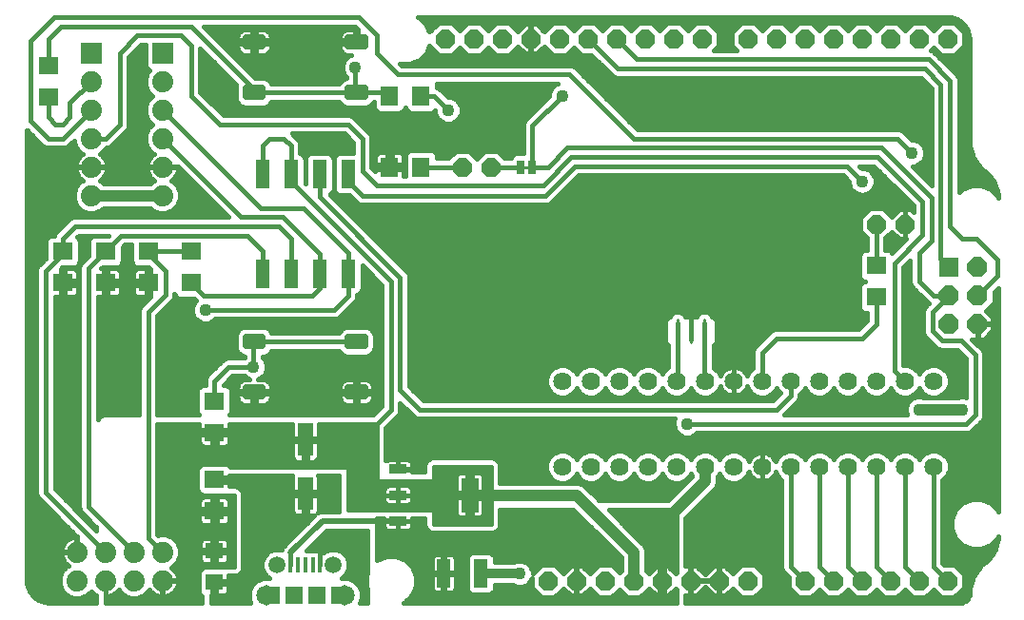
<source format=gtl>
G75*
%MOIN*%
%OFA0B0*%
%FSLAX25Y25*%
%IPPOS*%
%LPD*%
%AMOC8*
5,1,8,0,0,1.08239X$1,22.5*
%
%ADD10R,0.04724X0.09843*%
%ADD11R,0.07087X0.06299*%
%ADD12R,0.07400X0.07400*%
%ADD13C,0.07400*%
%ADD14C,0.06400*%
%ADD15OC8,0.06600*%
%ADD16R,0.06299X0.07087*%
%ADD17C,0.02756*%
%ADD18R,0.06300X0.03300*%
%ADD19R,0.06300X0.12200*%
%ADD20C,0.01000*%
%ADD21C,0.01772*%
%ADD22OC8,0.07000*%
%ADD23R,0.07000X0.07000*%
%ADD24R,0.05512X0.11811*%
%ADD25R,0.06299X0.05512*%
%ADD26R,0.02500X0.05000*%
%ADD27R,0.01772X0.05315*%
%ADD28C,0.05943*%
%ADD29C,0.07124*%
%ADD30R,0.05906X0.06102*%
%ADD31R,0.05000X0.10000*%
%ADD32C,0.01600*%
%ADD33C,0.03200*%
%ADD34C,0.04362*%
%ADD35C,0.04000*%
%ADD36C,0.02000*%
D10*
X0153504Y0021348D03*
X0166496Y0021348D03*
D11*
X0073125Y0043337D03*
X0073125Y0054360D03*
X0073125Y0070837D03*
X0073125Y0081860D03*
X0065000Y0123337D03*
X0050000Y0123337D03*
X0050000Y0134360D03*
X0065000Y0134360D03*
X0035000Y0134360D03*
X0020000Y0134360D03*
X0020000Y0123337D03*
X0035000Y0123337D03*
X0015000Y0188337D03*
X0015000Y0199360D03*
X0305000Y0129360D03*
X0305000Y0118337D03*
D12*
X0055000Y0203848D03*
X0030000Y0203848D03*
D13*
X0030000Y0193848D03*
X0030000Y0183848D03*
X0030000Y0173848D03*
X0030000Y0163848D03*
X0030000Y0153848D03*
X0055000Y0153848D03*
X0055000Y0163848D03*
X0055000Y0173848D03*
X0055000Y0183848D03*
X0055000Y0193848D03*
X0055000Y0028848D03*
X0045000Y0028848D03*
X0035000Y0028848D03*
X0025000Y0028848D03*
X0025000Y0018848D03*
X0035000Y0018848D03*
X0045000Y0018848D03*
X0055000Y0018848D03*
D14*
X0195000Y0058848D03*
X0205000Y0058848D03*
X0215000Y0058848D03*
X0225000Y0058848D03*
X0235000Y0058848D03*
X0245000Y0058848D03*
X0255000Y0058848D03*
X0265000Y0058848D03*
X0275000Y0058848D03*
X0285000Y0058848D03*
X0295000Y0058848D03*
X0305000Y0058848D03*
X0315000Y0058848D03*
X0325000Y0058848D03*
X0325000Y0088848D03*
X0315000Y0088848D03*
X0305000Y0088848D03*
X0295000Y0088848D03*
X0285000Y0088848D03*
X0275000Y0088848D03*
X0265000Y0088848D03*
X0255000Y0088848D03*
X0245000Y0088848D03*
X0235000Y0088848D03*
X0225000Y0088848D03*
X0215000Y0088848D03*
X0205000Y0088848D03*
X0195000Y0088848D03*
D15*
X0305000Y0143848D03*
X0315000Y0143848D03*
X0310000Y0208848D03*
X0320000Y0208848D03*
X0330000Y0208848D03*
X0300000Y0208848D03*
X0290000Y0208848D03*
X0280000Y0208848D03*
X0270000Y0208848D03*
X0260000Y0208848D03*
X0244000Y0208848D03*
X0234000Y0208848D03*
X0224000Y0208848D03*
X0214000Y0208848D03*
X0204000Y0208848D03*
X0194000Y0208848D03*
X0184000Y0208848D03*
X0174000Y0208848D03*
X0164000Y0208848D03*
X0154000Y0208848D03*
X0160000Y0163848D03*
X0170000Y0163848D03*
X0190000Y0018848D03*
X0200000Y0018848D03*
X0210000Y0018848D03*
X0220000Y0018848D03*
X0230000Y0018848D03*
X0240000Y0018848D03*
X0250000Y0018848D03*
X0260000Y0018848D03*
X0280000Y0018848D03*
X0290000Y0018848D03*
X0300000Y0018848D03*
X0310000Y0018848D03*
X0320000Y0018848D03*
X0330000Y0018848D03*
D16*
X0145512Y0163848D03*
X0134488Y0163848D03*
X0134488Y0188848D03*
X0145512Y0188848D03*
D17*
X0125669Y0191368D02*
X0120157Y0191368D01*
X0125669Y0191368D02*
X0125669Y0188612D01*
X0120157Y0188612D01*
X0120157Y0191368D01*
X0120157Y0191230D02*
X0125669Y0191230D01*
X0125669Y0209085D02*
X0120157Y0209085D01*
X0125669Y0209085D02*
X0125669Y0206329D01*
X0120157Y0206329D01*
X0120157Y0209085D01*
X0120157Y0208947D02*
X0125669Y0208947D01*
X0089843Y0209085D02*
X0084331Y0209085D01*
X0089843Y0209085D02*
X0089843Y0206329D01*
X0084331Y0206329D01*
X0084331Y0209085D01*
X0084331Y0208947D02*
X0089843Y0208947D01*
X0089843Y0191368D02*
X0084331Y0191368D01*
X0089843Y0191368D02*
X0089843Y0188612D01*
X0084331Y0188612D01*
X0084331Y0191368D01*
X0084331Y0191230D02*
X0089843Y0191230D01*
X0089843Y0101329D02*
X0084331Y0101329D01*
X0084331Y0104085D01*
X0089843Y0104085D01*
X0089843Y0101329D01*
X0089843Y0103947D02*
X0084331Y0103947D01*
X0084331Y0083612D02*
X0089843Y0083612D01*
X0084331Y0083612D02*
X0084331Y0086368D01*
X0089843Y0086368D01*
X0089843Y0083612D01*
X0089843Y0086230D02*
X0084331Y0086230D01*
X0120157Y0083612D02*
X0125669Y0083612D01*
X0120157Y0083612D02*
X0120157Y0086368D01*
X0125669Y0086368D01*
X0125669Y0083612D01*
X0125669Y0086230D02*
X0120157Y0086230D01*
X0120157Y0101329D02*
X0125669Y0101329D01*
X0120157Y0101329D02*
X0120157Y0104085D01*
X0125669Y0104085D01*
X0125669Y0101329D01*
X0125669Y0103947D02*
X0120157Y0103947D01*
D18*
X0137400Y0057948D03*
X0137400Y0048848D03*
X0137400Y0039748D03*
D19*
X0162600Y0048848D03*
D20*
X0235276Y0102348D02*
X0235276Y0106348D01*
X0235276Y0110348D01*
X0240000Y0110348D02*
X0240000Y0106348D01*
X0240000Y0102348D01*
X0244724Y0102348D02*
X0244724Y0106348D01*
X0244724Y0110348D01*
X0184500Y0163848D02*
X0180500Y0163848D01*
D21*
X0235276Y0109212D02*
X0235276Y0103484D01*
X0240000Y0103484D02*
X0240000Y0109212D01*
X0244724Y0109212D02*
X0244724Y0103484D01*
D22*
X0330500Y0108848D03*
X0340500Y0108848D03*
X0340500Y0118848D03*
X0330500Y0118848D03*
X0340500Y0128848D03*
D23*
X0330500Y0128848D03*
D24*
X0105000Y0068297D03*
X0105000Y0049400D03*
D25*
X0073125Y0029360D03*
X0073125Y0018337D03*
D26*
X0180500Y0163848D03*
X0184500Y0163848D03*
D27*
X0110118Y0024380D03*
X0107559Y0024380D03*
X0105000Y0024380D03*
X0102441Y0024380D03*
X0099882Y0024380D03*
D28*
X0095157Y0024478D03*
X0114843Y0024478D03*
D29*
X0118780Y0013848D03*
X0091220Y0013848D03*
D30*
X0092992Y0013848D03*
X0101063Y0013848D03*
X0108937Y0013848D03*
X0117008Y0013848D03*
D31*
X0120000Y0126348D03*
X0110000Y0126348D03*
X0100000Y0126348D03*
X0090000Y0126348D03*
X0090000Y0161348D03*
X0100000Y0161348D03*
X0110000Y0161348D03*
X0120000Y0161348D03*
D32*
X0011550Y0012077D02*
X0009626Y0013474D01*
X0008228Y0015398D01*
X0007494Y0017660D01*
X0007400Y0018848D01*
X0007400Y0176923D01*
X0013187Y0171136D01*
X0014363Y0170648D01*
X0020637Y0170648D01*
X0021813Y0171136D01*
X0022713Y0172036D01*
X0023900Y0173223D01*
X0023900Y0172635D01*
X0024829Y0170393D01*
X0026545Y0168677D01*
X0027019Y0168481D01*
X0026417Y0168044D01*
X0025805Y0167431D01*
X0025296Y0166731D01*
X0024903Y0165960D01*
X0024635Y0165136D01*
X0024500Y0164281D01*
X0024500Y0164048D01*
X0029800Y0164048D01*
X0029800Y0163648D01*
X0024500Y0163648D01*
X0024500Y0163416D01*
X0024635Y0162560D01*
X0024903Y0161737D01*
X0025296Y0160966D01*
X0025805Y0160265D01*
X0026417Y0159653D01*
X0027019Y0159216D01*
X0026545Y0159020D01*
X0024829Y0157304D01*
X0023900Y0155062D01*
X0023900Y0152635D01*
X0024829Y0150393D01*
X0026545Y0148677D01*
X0028787Y0147748D01*
X0031213Y0147748D01*
X0033455Y0148677D01*
X0034227Y0149448D01*
X0050773Y0149448D01*
X0051545Y0148677D01*
X0053787Y0147748D01*
X0056213Y0147748D01*
X0058455Y0148677D01*
X0060171Y0150393D01*
X0061100Y0152635D01*
X0061100Y0155062D01*
X0060171Y0157304D01*
X0058455Y0159020D01*
X0057981Y0159216D01*
X0058583Y0159653D01*
X0059195Y0160265D01*
X0059704Y0160966D01*
X0060097Y0161737D01*
X0060365Y0162560D01*
X0060500Y0163416D01*
X0060500Y0163648D01*
X0055200Y0163648D01*
X0055200Y0164048D01*
X0060275Y0164048D01*
X0078013Y0146310D01*
X0023625Y0146310D01*
X0022449Y0145823D01*
X0018187Y0141561D01*
X0017287Y0140661D01*
X0016976Y0139910D01*
X0015979Y0139910D01*
X0015097Y0139544D01*
X0014422Y0138869D01*
X0014057Y0137987D01*
X0014057Y0132006D01*
X0012244Y0130193D01*
X0011344Y0129293D01*
X0010857Y0128117D01*
X0010857Y0049155D01*
X0011344Y0047979D01*
X0025200Y0034123D01*
X0025200Y0029048D01*
X0024800Y0029048D01*
X0024800Y0028648D01*
X0019500Y0028648D01*
X0019500Y0028416D01*
X0019635Y0027560D01*
X0019903Y0026737D01*
X0020296Y0025966D01*
X0020805Y0025265D01*
X0021417Y0024653D01*
X0022019Y0024216D01*
X0021545Y0024020D01*
X0019829Y0022304D01*
X0018900Y0020062D01*
X0018900Y0017635D01*
X0019829Y0015393D01*
X0021545Y0013677D01*
X0023787Y0012748D01*
X0026213Y0012748D01*
X0028455Y0013677D01*
X0030000Y0015222D01*
X0031545Y0013677D01*
X0031800Y0013571D01*
X0031800Y0011248D01*
X0015000Y0011248D01*
X0013811Y0011342D01*
X0011550Y0012077D01*
X0011646Y0012045D02*
X0031800Y0012045D01*
X0031625Y0013644D02*
X0028375Y0013644D01*
X0035000Y0013644D02*
X0035200Y0013644D01*
X0035200Y0013348D02*
X0035433Y0013348D01*
X0036288Y0013484D01*
X0037111Y0013751D01*
X0037883Y0014144D01*
X0038583Y0014653D01*
X0039195Y0015265D01*
X0039632Y0015867D01*
X0039829Y0015393D01*
X0041545Y0013677D01*
X0043787Y0012748D01*
X0046213Y0012748D01*
X0048455Y0013677D01*
X0050171Y0015393D01*
X0050368Y0015867D01*
X0050805Y0015265D01*
X0051417Y0014653D01*
X0052117Y0014144D01*
X0052889Y0013751D01*
X0053712Y0013484D01*
X0054567Y0013348D01*
X0054800Y0013348D01*
X0054800Y0018648D01*
X0055200Y0018648D01*
X0055200Y0013348D01*
X0055433Y0013348D01*
X0056288Y0013484D01*
X0057111Y0013751D01*
X0057883Y0014144D01*
X0058583Y0014653D01*
X0059195Y0015265D01*
X0059704Y0015966D01*
X0060097Y0016737D01*
X0060365Y0017560D01*
X0060500Y0018416D01*
X0060500Y0018648D01*
X0055200Y0018648D01*
X0055200Y0019048D01*
X0060500Y0019048D01*
X0060500Y0019281D01*
X0060365Y0020136D01*
X0060097Y0020960D01*
X0059704Y0021731D01*
X0059195Y0022431D01*
X0058583Y0023044D01*
X0057981Y0023481D01*
X0058455Y0023677D01*
X0060171Y0025393D01*
X0061100Y0027635D01*
X0061100Y0030062D01*
X0060171Y0032304D01*
X0058455Y0034020D01*
X0056213Y0034948D01*
X0053787Y0034948D01*
X0053531Y0034843D01*
X0053200Y0035174D01*
X0053200Y0073848D01*
X0067782Y0073848D01*
X0067782Y0071611D01*
X0072350Y0071611D01*
X0072350Y0070062D01*
X0067782Y0070062D01*
X0067782Y0067450D01*
X0067904Y0066992D01*
X0068141Y0066582D01*
X0068476Y0066247D01*
X0068887Y0066010D01*
X0069345Y0065887D01*
X0072350Y0065887D01*
X0072350Y0070062D01*
X0073900Y0070062D01*
X0073900Y0071611D01*
X0078468Y0071611D01*
X0078468Y0073848D01*
X0100444Y0073848D01*
X0100444Y0068875D01*
X0104422Y0068875D01*
X0104422Y0067719D01*
X0105578Y0067719D01*
X0105578Y0060592D01*
X0107993Y0060592D01*
X0108451Y0060714D01*
X0108861Y0060951D01*
X0109196Y0061287D01*
X0109433Y0061697D01*
X0109556Y0062155D01*
X0109556Y0067719D01*
X0105578Y0067719D01*
X0105578Y0068875D01*
X0109556Y0068875D01*
X0109556Y0073848D01*
X0130000Y0073848D01*
X0130000Y0053848D01*
X0150000Y0053848D01*
X0150000Y0058848D01*
X0170000Y0058848D01*
X0170000Y0038848D01*
X0150000Y0038848D01*
X0150000Y0043848D01*
X0120000Y0043848D01*
X0120000Y0058848D01*
X0078712Y0058848D01*
X0078703Y0058869D01*
X0078028Y0059544D01*
X0077146Y0059910D01*
X0069104Y0059910D01*
X0068222Y0059544D01*
X0067547Y0058869D01*
X0067182Y0057987D01*
X0067182Y0050733D01*
X0067547Y0049851D01*
X0068222Y0049176D01*
X0068750Y0048957D01*
X0068750Y0048848D01*
X0069013Y0048848D01*
X0069104Y0048811D01*
X0077146Y0048811D01*
X0077237Y0048848D01*
X0080000Y0048848D01*
X0080000Y0023848D01*
X0068750Y0023848D01*
X0068750Y0023183D01*
X0068616Y0023127D01*
X0067941Y0022452D01*
X0067575Y0021570D01*
X0067575Y0015103D01*
X0067941Y0014221D01*
X0068616Y0013546D01*
X0068750Y0013491D01*
X0068750Y0011248D01*
X0035000Y0011248D01*
X0035000Y0018648D01*
X0035200Y0018648D01*
X0035200Y0013348D01*
X0035000Y0012045D02*
X0068750Y0012045D01*
X0068518Y0013644D02*
X0056781Y0013644D01*
X0055200Y0013644D02*
X0054800Y0013644D01*
X0053219Y0013644D02*
X0048375Y0013644D01*
X0050021Y0015242D02*
X0050828Y0015242D01*
X0054800Y0015242D02*
X0055200Y0015242D01*
X0055200Y0016841D02*
X0054800Y0016841D01*
X0054800Y0018439D02*
X0055200Y0018439D01*
X0059752Y0021637D02*
X0067603Y0021637D01*
X0067575Y0020038D02*
X0060380Y0020038D01*
X0060500Y0018439D02*
X0067575Y0018439D01*
X0067575Y0016841D02*
X0060131Y0016841D01*
X0059172Y0015242D02*
X0067575Y0015242D01*
X0071950Y0013781D02*
X0071950Y0011248D01*
X0085844Y0011248D01*
X0085258Y0012662D01*
X0085258Y0015034D01*
X0086166Y0017226D01*
X0087843Y0018903D01*
X0090035Y0019811D01*
X0092390Y0019811D01*
X0092115Y0019924D01*
X0090604Y0021436D01*
X0089786Y0023410D01*
X0089786Y0025547D01*
X0090604Y0027521D01*
X0092115Y0029032D01*
X0094089Y0029850D01*
X0096226Y0029850D01*
X0096601Y0029695D01*
X0097000Y0030656D01*
X0108054Y0041710D01*
X0107993Y0041694D01*
X0105578Y0041694D01*
X0105578Y0048822D01*
X0105578Y0049978D01*
X0109556Y0049978D01*
X0109556Y0055542D01*
X0109527Y0055648D01*
X0116800Y0055648D01*
X0116800Y0043212D01*
X0116826Y0043148D01*
X0110224Y0043148D01*
X0109440Y0042824D01*
X0109556Y0043257D01*
X0109556Y0048822D01*
X0105578Y0048822D01*
X0104422Y0048822D01*
X0100444Y0048822D01*
X0100444Y0043257D01*
X0100567Y0042799D01*
X0100804Y0042389D01*
X0101139Y0042054D01*
X0101549Y0041817D01*
X0102007Y0041694D01*
X0104422Y0041694D01*
X0104422Y0048822D01*
X0104422Y0049978D01*
X0100444Y0049978D01*
X0100444Y0055542D01*
X0100473Y0055648D01*
X0078468Y0055648D01*
X0078468Y0055135D01*
X0073900Y0055135D01*
X0073900Y0053585D01*
X0078468Y0053585D01*
X0078468Y0052048D01*
X0080637Y0052048D01*
X0081813Y0051561D01*
X0082713Y0050661D01*
X0083200Y0049485D01*
X0083200Y0023212D01*
X0082713Y0022036D01*
X0081813Y0021136D01*
X0080637Y0020648D01*
X0078075Y0020648D01*
X0078075Y0018915D01*
X0073703Y0018915D01*
X0073703Y0017759D01*
X0078075Y0017759D01*
X0078075Y0015344D01*
X0077952Y0014886D01*
X0077715Y0014475D01*
X0077380Y0014140D01*
X0076969Y0013903D01*
X0076512Y0013781D01*
X0073703Y0013781D01*
X0073703Y0017759D01*
X0072547Y0017759D01*
X0072547Y0013781D01*
X0071950Y0013781D01*
X0071950Y0013644D02*
X0085258Y0013644D01*
X0085344Y0015242D02*
X0078047Y0015242D01*
X0078075Y0016841D02*
X0086007Y0016841D01*
X0087380Y0018439D02*
X0073703Y0018439D01*
X0073703Y0016841D02*
X0072547Y0016841D01*
X0072547Y0015242D02*
X0073703Y0015242D01*
X0071950Y0012045D02*
X0085514Y0012045D01*
X0082314Y0021637D02*
X0090520Y0021637D01*
X0089858Y0023235D02*
X0083200Y0023235D01*
X0083200Y0024834D02*
X0089786Y0024834D01*
X0090152Y0026432D02*
X0083200Y0026432D01*
X0083200Y0028031D02*
X0091113Y0028031D01*
X0093556Y0029629D02*
X0083200Y0029629D01*
X0083200Y0031228D02*
X0097571Y0031228D01*
X0099169Y0032826D02*
X0083200Y0032826D01*
X0083200Y0034425D02*
X0100768Y0034425D01*
X0102366Y0036023D02*
X0083200Y0036023D01*
X0083200Y0037622D02*
X0103965Y0037622D01*
X0105563Y0039220D02*
X0083200Y0039220D01*
X0083200Y0040819D02*
X0107162Y0040819D01*
X0105578Y0042417D02*
X0104422Y0042417D01*
X0104422Y0044016D02*
X0105578Y0044016D01*
X0105578Y0045614D02*
X0104422Y0045614D01*
X0104422Y0047213D02*
X0105578Y0047213D01*
X0105578Y0048811D02*
X0104422Y0048811D01*
X0100444Y0048811D02*
X0083200Y0048811D01*
X0083200Y0047213D02*
X0100444Y0047213D01*
X0100444Y0045614D02*
X0083200Y0045614D01*
X0083200Y0044016D02*
X0100444Y0044016D01*
X0100787Y0042417D02*
X0083200Y0042417D01*
X0080000Y0042417D02*
X0078468Y0042417D01*
X0078468Y0042562D02*
X0073900Y0042562D01*
X0073900Y0044111D01*
X0078468Y0044111D01*
X0078468Y0046723D01*
X0078346Y0047181D01*
X0078109Y0047591D01*
X0077774Y0047927D01*
X0077363Y0048164D01*
X0076905Y0048286D01*
X0073900Y0048286D01*
X0073900Y0044111D01*
X0072350Y0044111D01*
X0072350Y0042562D01*
X0067782Y0042562D01*
X0067782Y0039950D01*
X0067904Y0039492D01*
X0068141Y0039082D01*
X0068476Y0038747D01*
X0068887Y0038510D01*
X0069345Y0038387D01*
X0072350Y0038387D01*
X0072350Y0042562D01*
X0073900Y0042562D01*
X0073900Y0038387D01*
X0076905Y0038387D01*
X0077363Y0038510D01*
X0077774Y0038747D01*
X0078109Y0039082D01*
X0078346Y0039492D01*
X0078468Y0039950D01*
X0078468Y0042562D01*
X0078468Y0040819D02*
X0080000Y0040819D01*
X0080000Y0039220D02*
X0078189Y0039220D01*
X0080000Y0037622D02*
X0053200Y0037622D01*
X0053200Y0039220D02*
X0068061Y0039220D01*
X0067782Y0040819D02*
X0053200Y0040819D01*
X0053200Y0042417D02*
X0067782Y0042417D01*
X0067782Y0044111D02*
X0067782Y0046723D01*
X0067904Y0047181D01*
X0068141Y0047591D01*
X0068476Y0047927D01*
X0068887Y0048164D01*
X0069345Y0048286D01*
X0072350Y0048286D01*
X0072350Y0044111D01*
X0067782Y0044111D01*
X0067782Y0045614D02*
X0053200Y0045614D01*
X0053200Y0044016D02*
X0072350Y0044016D01*
X0073900Y0044016D02*
X0080000Y0044016D01*
X0080000Y0045614D02*
X0078468Y0045614D01*
X0078327Y0047213D02*
X0080000Y0047213D01*
X0080000Y0048811D02*
X0077147Y0048811D01*
X0073900Y0047213D02*
X0072350Y0047213D01*
X0072350Y0045614D02*
X0073900Y0045614D01*
X0073900Y0042417D02*
X0072350Y0042417D01*
X0072350Y0040819D02*
X0073900Y0040819D01*
X0073900Y0039220D02*
X0072350Y0039220D01*
X0072547Y0033916D02*
X0069738Y0033916D01*
X0069281Y0033793D01*
X0068870Y0033556D01*
X0068535Y0033221D01*
X0068298Y0032811D01*
X0068175Y0032353D01*
X0068175Y0029938D01*
X0072547Y0029938D01*
X0072547Y0028782D01*
X0073703Y0028782D01*
X0073703Y0024804D01*
X0076512Y0024804D01*
X0076969Y0024927D01*
X0077380Y0025164D01*
X0077715Y0025499D01*
X0077952Y0025910D01*
X0078075Y0026367D01*
X0078075Y0028782D01*
X0073703Y0028782D01*
X0073703Y0029938D01*
X0078075Y0029938D01*
X0078075Y0032353D01*
X0077952Y0032811D01*
X0077715Y0033221D01*
X0077380Y0033556D01*
X0076969Y0033793D01*
X0076512Y0033916D01*
X0073703Y0033916D01*
X0073703Y0029938D01*
X0072547Y0029938D01*
X0072547Y0033916D01*
X0072547Y0032826D02*
X0073703Y0032826D01*
X0073703Y0031228D02*
X0072547Y0031228D01*
X0072547Y0029629D02*
X0061100Y0029629D01*
X0061100Y0028031D02*
X0068175Y0028031D01*
X0068175Y0028782D02*
X0068175Y0026367D01*
X0068298Y0025910D01*
X0068535Y0025499D01*
X0068870Y0025164D01*
X0069281Y0024927D01*
X0069738Y0024804D01*
X0072547Y0024804D01*
X0072547Y0028782D01*
X0068175Y0028782D01*
X0068175Y0031228D02*
X0060617Y0031228D01*
X0059649Y0032826D02*
X0068307Y0032826D01*
X0073703Y0029629D02*
X0080000Y0029629D01*
X0080000Y0028031D02*
X0078075Y0028031D01*
X0078075Y0026432D02*
X0080000Y0026432D01*
X0080000Y0024834D02*
X0076621Y0024834D01*
X0073703Y0024834D02*
X0072547Y0024834D01*
X0072547Y0026432D02*
X0073703Y0026432D01*
X0073703Y0028031D02*
X0072547Y0028031D01*
X0069629Y0024834D02*
X0059612Y0024834D01*
X0060602Y0026432D02*
X0068175Y0026432D01*
X0068750Y0023235D02*
X0058319Y0023235D01*
X0055000Y0028848D02*
X0050000Y0033848D01*
X0050000Y0113250D01*
X0055943Y0119193D01*
X0055943Y0127480D01*
X0050000Y0133424D01*
X0050000Y0134360D01*
X0065000Y0134360D01*
X0050775Y0128123D02*
X0050775Y0124111D01*
X0049225Y0124111D01*
X0049225Y0122562D01*
X0044657Y0122562D01*
X0044657Y0119950D01*
X0044779Y0119492D01*
X0045016Y0119082D01*
X0045351Y0118747D01*
X0045762Y0118510D01*
X0046220Y0118387D01*
X0049225Y0118387D01*
X0049225Y0122562D01*
X0050775Y0122562D01*
X0050775Y0118550D01*
X0047287Y0115062D01*
X0046800Y0113886D01*
X0046800Y0077048D01*
X0034363Y0077048D01*
X0033187Y0076561D01*
X0032287Y0075661D01*
X0032257Y0075587D01*
X0032257Y0118387D01*
X0034225Y0118387D01*
X0034225Y0122562D01*
X0035775Y0122562D01*
X0035775Y0124111D01*
X0040343Y0124111D01*
X0040343Y0126723D01*
X0040221Y0127181D01*
X0039984Y0127591D01*
X0039649Y0127927D01*
X0039238Y0128164D01*
X0038780Y0128286D01*
X0035775Y0128286D01*
X0035775Y0124111D01*
X0034225Y0124111D01*
X0034225Y0128286D01*
X0033451Y0128286D01*
X0033976Y0128811D01*
X0039021Y0128811D01*
X0039903Y0129176D01*
X0040578Y0129851D01*
X0040943Y0130733D01*
X0040943Y0135778D01*
X0041875Y0136710D01*
X0044057Y0136710D01*
X0044057Y0130733D01*
X0044422Y0129851D01*
X0045097Y0129176D01*
X0045979Y0128811D01*
X0050088Y0128811D01*
X0050775Y0128123D01*
X0050161Y0128737D02*
X0033902Y0128737D01*
X0034225Y0127138D02*
X0035775Y0127138D01*
X0035775Y0125540D02*
X0034225Y0125540D01*
X0035775Y0123941D02*
X0049225Y0123941D01*
X0049225Y0124111D02*
X0044657Y0124111D01*
X0044657Y0126723D01*
X0044779Y0127181D01*
X0045016Y0127591D01*
X0045351Y0127927D01*
X0045762Y0128164D01*
X0046220Y0128286D01*
X0049225Y0128286D01*
X0049225Y0124111D01*
X0049225Y0125540D02*
X0050775Y0125540D01*
X0050775Y0127138D02*
X0049225Y0127138D01*
X0044768Y0127138D02*
X0040232Y0127138D01*
X0040343Y0125540D02*
X0044657Y0125540D01*
X0044657Y0122343D02*
X0040343Y0122343D01*
X0040343Y0122562D02*
X0035775Y0122562D01*
X0035775Y0118387D01*
X0038780Y0118387D01*
X0039238Y0118510D01*
X0039649Y0118747D01*
X0039984Y0119082D01*
X0040221Y0119492D01*
X0040343Y0119950D01*
X0040343Y0122562D01*
X0040343Y0120744D02*
X0044657Y0120744D01*
X0044979Y0119146D02*
X0040021Y0119146D01*
X0035775Y0119146D02*
X0034225Y0119146D01*
X0034225Y0120744D02*
X0035775Y0120744D01*
X0035775Y0122343D02*
X0034225Y0122343D01*
X0032257Y0117547D02*
X0049772Y0117547D01*
X0049225Y0119146D02*
X0050775Y0119146D01*
X0050775Y0120744D02*
X0049225Y0120744D01*
X0049225Y0122343D02*
X0050775Y0122343D01*
X0059143Y0119501D02*
X0059422Y0118828D01*
X0060097Y0118152D01*
X0060979Y0117787D01*
X0066024Y0117787D01*
X0066742Y0117069D01*
X0066116Y0116443D01*
X0065419Y0114760D01*
X0065419Y0112937D01*
X0066116Y0111253D01*
X0067405Y0109965D01*
X0069089Y0109267D01*
X0070911Y0109267D01*
X0072595Y0109965D01*
X0073279Y0110648D01*
X0115637Y0110648D01*
X0116813Y0111136D01*
X0117713Y0112036D01*
X0121813Y0116136D01*
X0122713Y0117036D01*
X0123200Y0118212D01*
X0123200Y0119041D01*
X0123859Y0119314D01*
X0124535Y0119989D01*
X0124900Y0120871D01*
X0124900Y0129423D01*
X0131800Y0122523D01*
X0131800Y0080174D01*
X0128675Y0077048D01*
X0078400Y0077048D01*
X0078703Y0077351D01*
X0079068Y0078233D01*
X0079068Y0085487D01*
X0078703Y0086369D01*
X0078028Y0087044D01*
X0077146Y0087410D01*
X0076325Y0087410D01*
X0076325Y0087523D01*
X0079450Y0090648D01*
X0083596Y0090648D01*
X0084280Y0089965D01*
X0085291Y0089546D01*
X0084018Y0089546D01*
X0083404Y0089424D01*
X0082825Y0089184D01*
X0082305Y0088837D01*
X0081862Y0088394D01*
X0081514Y0087873D01*
X0081275Y0087295D01*
X0081153Y0086681D01*
X0081153Y0085568D01*
X0086509Y0085568D01*
X0086509Y0084412D01*
X0087665Y0084412D01*
X0087665Y0085568D01*
X0093020Y0085568D01*
X0093020Y0086681D01*
X0092898Y0087295D01*
X0092659Y0087873D01*
X0092311Y0088394D01*
X0091868Y0088837D01*
X0091348Y0089184D01*
X0090769Y0089424D01*
X0090156Y0089546D01*
X0088459Y0089546D01*
X0089470Y0089965D01*
X0090759Y0091253D01*
X0091456Y0092937D01*
X0091456Y0094760D01*
X0090759Y0096443D01*
X0090075Y0097127D01*
X0090075Y0097551D01*
X0090594Y0097551D01*
X0091983Y0098126D01*
X0093045Y0099189D01*
X0093177Y0099507D01*
X0116823Y0099507D01*
X0116955Y0099189D01*
X0118017Y0098126D01*
X0119406Y0097551D01*
X0126421Y0097551D01*
X0127809Y0098126D01*
X0128872Y0099189D01*
X0129447Y0100577D01*
X0129447Y0104836D01*
X0128872Y0106225D01*
X0127809Y0107287D01*
X0126421Y0107863D01*
X0119406Y0107863D01*
X0118017Y0107287D01*
X0116955Y0106225D01*
X0116823Y0105907D01*
X0093177Y0105907D01*
X0093045Y0106225D01*
X0091983Y0107287D01*
X0090594Y0107863D01*
X0083579Y0107863D01*
X0082191Y0107287D01*
X0081128Y0106225D01*
X0080553Y0104836D01*
X0080553Y0100577D01*
X0081128Y0099189D01*
X0082191Y0098126D01*
X0083579Y0097551D01*
X0083675Y0097551D01*
X0083675Y0097127D01*
X0083596Y0097048D01*
X0077488Y0097048D01*
X0076312Y0096561D01*
X0075412Y0095661D01*
X0070412Y0090661D01*
X0069925Y0089485D01*
X0069925Y0087410D01*
X0069104Y0087410D01*
X0068222Y0087044D01*
X0067547Y0086369D01*
X0067182Y0085487D01*
X0067182Y0078233D01*
X0067547Y0077351D01*
X0067850Y0077048D01*
X0053200Y0077048D01*
X0053200Y0111924D01*
X0058656Y0117380D01*
X0059143Y0118556D01*
X0059143Y0119501D01*
X0059143Y0119146D02*
X0059290Y0119146D01*
X0058725Y0117547D02*
X0066264Y0117547D01*
X0065911Y0115949D02*
X0057225Y0115949D01*
X0055626Y0114350D02*
X0065419Y0114350D01*
X0065496Y0112752D02*
X0054028Y0112752D01*
X0053200Y0111153D02*
X0066217Y0111153D01*
X0068395Y0109555D02*
X0053200Y0109555D01*
X0053200Y0107956D02*
X0131800Y0107956D01*
X0131800Y0106358D02*
X0128739Y0106358D01*
X0129447Y0104759D02*
X0131800Y0104759D01*
X0131800Y0103161D02*
X0129447Y0103161D01*
X0129447Y0101562D02*
X0131800Y0101562D01*
X0131800Y0099964D02*
X0129193Y0099964D01*
X0128048Y0098365D02*
X0131800Y0098365D01*
X0131800Y0096767D02*
X0090436Y0096767D01*
X0091287Y0095168D02*
X0131800Y0095168D01*
X0131800Y0093570D02*
X0091456Y0093570D01*
X0091056Y0091971D02*
X0131800Y0091971D01*
X0131800Y0090373D02*
X0089878Y0090373D01*
X0091931Y0088774D02*
X0118069Y0088774D01*
X0118132Y0088837D02*
X0117689Y0088394D01*
X0117341Y0087873D01*
X0117102Y0087295D01*
X0116980Y0086681D01*
X0116980Y0085568D01*
X0122335Y0085568D01*
X0122335Y0084412D01*
X0116980Y0084412D01*
X0116980Y0083299D01*
X0117102Y0082685D01*
X0117341Y0082107D01*
X0117689Y0081586D01*
X0118132Y0081144D01*
X0118652Y0080796D01*
X0119230Y0080556D01*
X0119844Y0080434D01*
X0122335Y0080434D01*
X0122335Y0084412D01*
X0123491Y0084412D01*
X0123491Y0080434D01*
X0125982Y0080434D01*
X0126596Y0080556D01*
X0127175Y0080796D01*
X0127695Y0081144D01*
X0128138Y0081586D01*
X0128486Y0082107D01*
X0128725Y0082685D01*
X0128847Y0083299D01*
X0128847Y0084412D01*
X0123491Y0084412D01*
X0123491Y0085568D01*
X0122335Y0085568D01*
X0122335Y0089546D01*
X0119844Y0089546D01*
X0119230Y0089424D01*
X0118652Y0089184D01*
X0118132Y0088837D01*
X0117078Y0087175D02*
X0092922Y0087175D01*
X0093020Y0085577D02*
X0116980Y0085577D01*
X0116980Y0083978D02*
X0093020Y0083978D01*
X0093020Y0084412D02*
X0087665Y0084412D01*
X0087665Y0080434D01*
X0090156Y0080434D01*
X0090769Y0080556D01*
X0091348Y0080796D01*
X0091868Y0081144D01*
X0092311Y0081586D01*
X0092659Y0082107D01*
X0092898Y0082685D01*
X0093020Y0083299D01*
X0093020Y0084412D01*
X0092772Y0082380D02*
X0117228Y0082380D01*
X0118687Y0080781D02*
X0091313Y0080781D01*
X0087665Y0080781D02*
X0086509Y0080781D01*
X0086509Y0080434D02*
X0086509Y0084412D01*
X0081153Y0084412D01*
X0081153Y0083299D01*
X0081275Y0082685D01*
X0081514Y0082107D01*
X0081862Y0081586D01*
X0082305Y0081144D01*
X0082825Y0080796D01*
X0083404Y0080556D01*
X0084018Y0080434D01*
X0086509Y0080434D01*
X0086509Y0082380D02*
X0087665Y0082380D01*
X0087665Y0083978D02*
X0086509Y0083978D01*
X0081401Y0082380D02*
X0079068Y0082380D01*
X0079068Y0083978D02*
X0081153Y0083978D01*
X0081153Y0085577D02*
X0079031Y0085577D01*
X0077711Y0087175D02*
X0081251Y0087175D01*
X0082242Y0088774D02*
X0077576Y0088774D01*
X0079175Y0090373D02*
X0083872Y0090373D01*
X0086875Y0093848D02*
X0078125Y0093848D01*
X0073125Y0088848D01*
X0073125Y0081860D01*
X0067182Y0082380D02*
X0053200Y0082380D01*
X0053200Y0083978D02*
X0067182Y0083978D01*
X0067219Y0085577D02*
X0053200Y0085577D01*
X0053200Y0087175D02*
X0068539Y0087175D01*
X0069925Y0088774D02*
X0053200Y0088774D01*
X0053200Y0090373D02*
X0070293Y0090373D01*
X0071722Y0091971D02*
X0053200Y0091971D01*
X0053200Y0093570D02*
X0073321Y0093570D01*
X0074919Y0095168D02*
X0053200Y0095168D01*
X0053200Y0096767D02*
X0076808Y0096767D01*
X0080807Y0099964D02*
X0053200Y0099964D01*
X0053200Y0101562D02*
X0080553Y0101562D01*
X0080553Y0103161D02*
X0053200Y0103161D01*
X0053200Y0104759D02*
X0080553Y0104759D01*
X0081261Y0106358D02*
X0053200Y0106358D01*
X0046800Y0106358D02*
X0032257Y0106358D01*
X0032257Y0107956D02*
X0046800Y0107956D01*
X0046800Y0109555D02*
X0032257Y0109555D01*
X0032257Y0111153D02*
X0046800Y0111153D01*
X0046800Y0112752D02*
X0032257Y0112752D01*
X0032257Y0114350D02*
X0046992Y0114350D01*
X0048174Y0115949D02*
X0032257Y0115949D01*
X0025857Y0115949D02*
X0017257Y0115949D01*
X0017257Y0117547D02*
X0025857Y0117547D01*
X0025857Y0119146D02*
X0025021Y0119146D01*
X0024984Y0119082D02*
X0025221Y0119492D01*
X0025343Y0119950D01*
X0025343Y0122562D01*
X0020775Y0122562D01*
X0020775Y0124111D01*
X0025343Y0124111D01*
X0025343Y0126723D01*
X0025221Y0127181D01*
X0024984Y0127591D01*
X0024649Y0127927D01*
X0024238Y0128164D01*
X0023780Y0128286D01*
X0020775Y0128286D01*
X0020775Y0124111D01*
X0019225Y0124111D01*
X0019225Y0128123D01*
X0019912Y0128811D01*
X0024021Y0128811D01*
X0024903Y0129176D01*
X0025578Y0129851D01*
X0025943Y0130733D01*
X0025943Y0137987D01*
X0025578Y0138869D01*
X0025062Y0139385D01*
X0025587Y0139910D01*
X0036024Y0139910D01*
X0030979Y0139910D01*
X0030097Y0139544D01*
X0029422Y0138869D01*
X0029057Y0137987D01*
X0029057Y0132942D01*
X0026344Y0130230D01*
X0025857Y0129053D01*
X0025857Y0044155D01*
X0026344Y0042979D01*
X0027244Y0042079D01*
X0031800Y0037523D01*
X0031800Y0036574D01*
X0017257Y0051117D01*
X0017257Y0118387D01*
X0019225Y0118387D01*
X0019225Y0122562D01*
X0020775Y0122562D01*
X0020775Y0118387D01*
X0023780Y0118387D01*
X0024238Y0118510D01*
X0024649Y0118747D01*
X0024984Y0119082D01*
X0025343Y0120744D02*
X0025857Y0120744D01*
X0025857Y0122343D02*
X0025343Y0122343D01*
X0025857Y0123941D02*
X0020775Y0123941D01*
X0020775Y0122343D02*
X0019225Y0122343D01*
X0019225Y0120744D02*
X0020775Y0120744D01*
X0020775Y0119146D02*
X0019225Y0119146D01*
X0017257Y0114350D02*
X0025857Y0114350D01*
X0025857Y0112752D02*
X0017257Y0112752D01*
X0017257Y0111153D02*
X0025857Y0111153D01*
X0025857Y0109555D02*
X0017257Y0109555D01*
X0017257Y0107956D02*
X0025857Y0107956D01*
X0025857Y0106358D02*
X0017257Y0106358D01*
X0017257Y0104759D02*
X0025857Y0104759D01*
X0025857Y0103161D02*
X0017257Y0103161D01*
X0017257Y0101562D02*
X0025857Y0101562D01*
X0025857Y0099964D02*
X0017257Y0099964D01*
X0017257Y0098365D02*
X0025857Y0098365D01*
X0025857Y0096767D02*
X0017257Y0096767D01*
X0017257Y0095168D02*
X0025857Y0095168D01*
X0025857Y0093570D02*
X0017257Y0093570D01*
X0017257Y0091971D02*
X0025857Y0091971D01*
X0025857Y0090373D02*
X0017257Y0090373D01*
X0017257Y0088774D02*
X0025857Y0088774D01*
X0025857Y0087175D02*
X0017257Y0087175D01*
X0017257Y0085577D02*
X0025857Y0085577D01*
X0025857Y0083978D02*
X0017257Y0083978D01*
X0017257Y0082380D02*
X0025857Y0082380D01*
X0025857Y0080781D02*
X0017257Y0080781D01*
X0017257Y0079183D02*
X0025857Y0079183D01*
X0025857Y0077584D02*
X0017257Y0077584D01*
X0017257Y0075986D02*
X0025857Y0075986D01*
X0025857Y0074387D02*
X0017257Y0074387D01*
X0017257Y0072789D02*
X0025857Y0072789D01*
X0025857Y0071190D02*
X0017257Y0071190D01*
X0017257Y0069592D02*
X0025857Y0069592D01*
X0025857Y0067993D02*
X0017257Y0067993D01*
X0017257Y0066395D02*
X0025857Y0066395D01*
X0025857Y0064796D02*
X0017257Y0064796D01*
X0017257Y0063198D02*
X0025857Y0063198D01*
X0025857Y0061599D02*
X0017257Y0061599D01*
X0017257Y0060001D02*
X0025857Y0060001D01*
X0025857Y0058402D02*
X0017257Y0058402D01*
X0017257Y0056804D02*
X0025857Y0056804D01*
X0025857Y0055205D02*
X0017257Y0055205D01*
X0017257Y0053607D02*
X0025857Y0053607D01*
X0025857Y0052008D02*
X0017257Y0052008D01*
X0017964Y0050410D02*
X0025857Y0050410D01*
X0025857Y0048811D02*
X0019563Y0048811D01*
X0021161Y0047213D02*
X0025857Y0047213D01*
X0025857Y0045614D02*
X0022760Y0045614D01*
X0024358Y0044016D02*
X0025914Y0044016D01*
X0025957Y0042417D02*
X0026906Y0042417D01*
X0027555Y0040819D02*
X0028504Y0040819D01*
X0029154Y0039220D02*
X0030103Y0039220D01*
X0030752Y0037622D02*
X0031701Y0037622D01*
X0024898Y0034425D02*
X0007400Y0034425D01*
X0007400Y0036023D02*
X0023300Y0036023D01*
X0023712Y0034213D02*
X0022889Y0033945D01*
X0022117Y0033552D01*
X0021417Y0033044D01*
X0020805Y0032431D01*
X0020296Y0031731D01*
X0019903Y0030960D01*
X0019635Y0030136D01*
X0019500Y0029281D01*
X0019500Y0029048D01*
X0024800Y0029048D01*
X0024800Y0034348D01*
X0024567Y0034348D01*
X0023712Y0034213D01*
X0024800Y0032826D02*
X0025200Y0032826D01*
X0025200Y0031228D02*
X0024800Y0031228D01*
X0024800Y0029629D02*
X0025200Y0029629D01*
X0021200Y0032826D02*
X0007400Y0032826D01*
X0007400Y0031228D02*
X0020039Y0031228D01*
X0019555Y0029629D02*
X0007400Y0029629D01*
X0007400Y0028031D02*
X0019561Y0028031D01*
X0020058Y0026432D02*
X0007400Y0026432D01*
X0007400Y0024834D02*
X0021237Y0024834D01*
X0020760Y0023235D02*
X0007400Y0023235D01*
X0007400Y0021637D02*
X0019552Y0021637D01*
X0018900Y0020038D02*
X0007400Y0020038D01*
X0007432Y0018439D02*
X0018900Y0018439D01*
X0019229Y0016841D02*
X0007760Y0016841D01*
X0008341Y0015242D02*
X0019979Y0015242D01*
X0021625Y0013644D02*
X0009503Y0013644D01*
X0035000Y0015242D02*
X0035200Y0015242D01*
X0035200Y0016841D02*
X0035000Y0016841D01*
X0035000Y0018439D02*
X0035200Y0018439D01*
X0036781Y0013644D02*
X0041625Y0013644D01*
X0039979Y0015242D02*
X0039172Y0015242D01*
X0035000Y0028848D02*
X0014057Y0049792D01*
X0014057Y0127480D01*
X0020000Y0133424D01*
X0020000Y0134360D01*
X0020000Y0138848D01*
X0024261Y0143110D01*
X0095739Y0143110D01*
X0100000Y0138848D01*
X0100000Y0126348D01*
X0090000Y0126348D02*
X0090000Y0134473D01*
X0084564Y0139910D01*
X0040550Y0139910D01*
X0035000Y0134360D01*
X0029057Y0128417D01*
X0029057Y0044792D01*
X0045000Y0028848D01*
X0053200Y0036023D02*
X0080000Y0036023D01*
X0080000Y0034425D02*
X0057478Y0034425D01*
X0053200Y0047213D02*
X0067923Y0047213D01*
X0069103Y0048811D02*
X0053200Y0048811D01*
X0053200Y0050410D02*
X0067316Y0050410D01*
X0067182Y0052008D02*
X0053200Y0052008D01*
X0053200Y0053607D02*
X0067182Y0053607D01*
X0067182Y0055205D02*
X0053200Y0055205D01*
X0053200Y0056804D02*
X0067182Y0056804D01*
X0067354Y0058402D02*
X0053200Y0058402D01*
X0053200Y0060001D02*
X0130000Y0060001D01*
X0130000Y0061599D02*
X0109377Y0061599D01*
X0109556Y0063198D02*
X0130000Y0063198D01*
X0130000Y0064796D02*
X0109556Y0064796D01*
X0109556Y0066395D02*
X0130000Y0066395D01*
X0130000Y0067993D02*
X0105578Y0067993D01*
X0104422Y0067993D02*
X0078468Y0067993D01*
X0078468Y0067450D02*
X0078468Y0070062D01*
X0073900Y0070062D01*
X0073900Y0065887D01*
X0076905Y0065887D01*
X0077363Y0066010D01*
X0077774Y0066247D01*
X0078109Y0066582D01*
X0078346Y0066992D01*
X0078468Y0067450D01*
X0077922Y0066395D02*
X0100444Y0066395D01*
X0100444Y0067719D02*
X0100444Y0062155D01*
X0100567Y0061697D01*
X0100804Y0061287D01*
X0101139Y0060951D01*
X0101549Y0060714D01*
X0102007Y0060592D01*
X0104422Y0060592D01*
X0104422Y0067719D01*
X0100444Y0067719D01*
X0100444Y0069592D02*
X0078468Y0069592D01*
X0078468Y0072789D02*
X0100444Y0072789D01*
X0100444Y0071190D02*
X0073900Y0071190D01*
X0072350Y0071190D02*
X0053200Y0071190D01*
X0053200Y0069592D02*
X0067782Y0069592D01*
X0067782Y0067993D02*
X0053200Y0067993D01*
X0053200Y0066395D02*
X0068328Y0066395D01*
X0072350Y0066395D02*
X0073900Y0066395D01*
X0073900Y0067993D02*
X0072350Y0067993D01*
X0072350Y0069592D02*
X0073900Y0069592D01*
X0067782Y0072789D02*
X0053200Y0072789D01*
X0053200Y0077584D02*
X0067450Y0077584D01*
X0067182Y0079183D02*
X0053200Y0079183D01*
X0053200Y0080781D02*
X0067182Y0080781D01*
X0079068Y0080781D02*
X0082860Y0080781D01*
X0079068Y0079183D02*
X0130809Y0079183D01*
X0131800Y0080781D02*
X0127140Y0080781D01*
X0128599Y0082380D02*
X0131800Y0082380D01*
X0131800Y0083978D02*
X0128847Y0083978D01*
X0128847Y0085568D02*
X0128847Y0086681D01*
X0128725Y0087295D01*
X0128486Y0087873D01*
X0128138Y0088394D01*
X0127695Y0088837D01*
X0127175Y0089184D01*
X0126596Y0089424D01*
X0125982Y0089546D01*
X0123491Y0089546D01*
X0123491Y0085568D01*
X0128847Y0085568D01*
X0128847Y0085577D02*
X0131800Y0085577D01*
X0131800Y0087175D02*
X0128749Y0087175D01*
X0127758Y0088774D02*
X0131800Y0088774D01*
X0138200Y0085648D02*
X0145000Y0078848D01*
X0270000Y0078848D01*
X0275000Y0083848D01*
X0275000Y0088848D01*
X0280000Y0086286D02*
X0280253Y0085676D01*
X0281828Y0084101D01*
X0283886Y0083248D01*
X0286114Y0083248D01*
X0288172Y0084101D01*
X0289747Y0085676D01*
X0290000Y0086286D01*
X0290253Y0085676D01*
X0291828Y0084101D01*
X0293886Y0083248D01*
X0296114Y0083248D01*
X0298172Y0084101D01*
X0299747Y0085676D01*
X0300000Y0086286D01*
X0300253Y0085676D01*
X0301828Y0084101D01*
X0303886Y0083248D01*
X0306114Y0083248D01*
X0308172Y0084101D01*
X0309747Y0085676D01*
X0310000Y0086286D01*
X0310253Y0085676D01*
X0311828Y0084101D01*
X0313886Y0083248D01*
X0316114Y0083248D01*
X0318172Y0084101D01*
X0319747Y0085676D01*
X0320000Y0086286D01*
X0320253Y0085676D01*
X0321828Y0084101D01*
X0323886Y0083248D01*
X0326114Y0083248D01*
X0328172Y0084101D01*
X0329747Y0085676D01*
X0330600Y0087735D01*
X0330600Y0089962D01*
X0329747Y0092021D01*
X0328172Y0093596D01*
X0326114Y0094448D01*
X0323886Y0094448D01*
X0321828Y0093596D01*
X0320253Y0092021D01*
X0320000Y0091411D01*
X0319747Y0092021D01*
X0318172Y0093596D01*
X0316114Y0094448D01*
X0314450Y0094448D01*
X0314450Y0128773D01*
X0316800Y0131123D01*
X0316800Y0123212D01*
X0317287Y0122036D01*
X0318187Y0121136D01*
X0322287Y0117036D01*
X0322287Y0117036D01*
X0323187Y0116136D01*
X0323240Y0116114D01*
X0322787Y0115661D01*
X0321887Y0114761D01*
X0321400Y0113585D01*
X0321400Y0105768D01*
X0321887Y0104592D01*
X0322787Y0103692D01*
X0325343Y0101136D01*
X0326243Y0100236D01*
X0327420Y0099748D01*
X0333275Y0099748D01*
X0336381Y0096642D01*
X0336381Y0083235D01*
X0335911Y0083430D01*
X0334089Y0083430D01*
X0333652Y0083248D01*
X0321348Y0083248D01*
X0320911Y0083430D01*
X0319089Y0083430D01*
X0317405Y0082732D01*
X0316116Y0081443D01*
X0315419Y0079760D01*
X0315419Y0077937D01*
X0315787Y0077048D01*
X0272725Y0077048D01*
X0277713Y0082036D01*
X0278200Y0083212D01*
X0278200Y0084129D01*
X0279747Y0085676D01*
X0280000Y0086286D01*
X0279648Y0085577D02*
X0280352Y0085577D01*
X0282124Y0083978D02*
X0278200Y0083978D01*
X0277855Y0082380D02*
X0317053Y0082380D01*
X0317876Y0083978D02*
X0322124Y0083978D01*
X0320352Y0085577D02*
X0319648Y0085577D01*
X0315000Y0088848D02*
X0311250Y0092598D01*
X0311250Y0130098D01*
X0321100Y0139948D01*
X0321100Y0151727D01*
X0305379Y0167448D01*
X0198125Y0167448D01*
X0188275Y0157598D01*
X0130000Y0157598D01*
X0125000Y0162598D01*
X0125000Y0173848D01*
X0120000Y0178848D01*
X0075000Y0178848D01*
X0065000Y0188848D01*
X0065000Y0206348D01*
X0061400Y0209948D01*
X0046100Y0209948D01*
X0040000Y0203848D01*
X0040000Y0178848D01*
X0035000Y0173848D01*
X0030000Y0173848D01*
X0035277Y0170648D02*
X0035171Y0170393D01*
X0033455Y0168677D01*
X0032981Y0168481D01*
X0033583Y0168044D01*
X0034195Y0167431D01*
X0034704Y0166731D01*
X0035097Y0165960D01*
X0035365Y0165136D01*
X0035500Y0164281D01*
X0035500Y0164048D01*
X0030200Y0164048D01*
X0030200Y0163648D01*
X0035500Y0163648D01*
X0035500Y0163416D01*
X0035365Y0162560D01*
X0035097Y0161737D01*
X0034704Y0160966D01*
X0034195Y0160265D01*
X0033583Y0159653D01*
X0032981Y0159216D01*
X0033455Y0159020D01*
X0034227Y0158248D01*
X0050773Y0158248D01*
X0051545Y0159020D01*
X0052019Y0159216D01*
X0051417Y0159653D01*
X0050805Y0160265D01*
X0050296Y0160966D01*
X0049903Y0161737D01*
X0049635Y0162560D01*
X0049500Y0163416D01*
X0049500Y0163648D01*
X0054800Y0163648D01*
X0054800Y0164048D01*
X0049500Y0164048D01*
X0049500Y0164281D01*
X0049635Y0165136D01*
X0049903Y0165960D01*
X0050296Y0166731D01*
X0050805Y0167431D01*
X0051417Y0168044D01*
X0052019Y0168481D01*
X0051545Y0168677D01*
X0049829Y0170393D01*
X0048900Y0172635D01*
X0048900Y0175062D01*
X0049829Y0177304D01*
X0051373Y0178848D01*
X0049829Y0180393D01*
X0048900Y0182635D01*
X0048900Y0185062D01*
X0049829Y0187304D01*
X0051373Y0188848D01*
X0049829Y0190393D01*
X0048900Y0192635D01*
X0048900Y0195062D01*
X0049829Y0197304D01*
X0050434Y0197909D01*
X0049941Y0198114D01*
X0049265Y0198789D01*
X0048900Y0199671D01*
X0048900Y0206748D01*
X0047425Y0206748D01*
X0043200Y0202523D01*
X0043200Y0178212D01*
X0042713Y0177036D01*
X0041813Y0176136D01*
X0037713Y0172036D01*
X0036813Y0171136D01*
X0035637Y0170648D01*
X0035277Y0170648D01*
X0035076Y0170298D02*
X0049924Y0170298D01*
X0049206Y0171897D02*
X0037574Y0171897D01*
X0039172Y0173495D02*
X0048900Y0173495D01*
X0048913Y0175094D02*
X0040771Y0175094D01*
X0042369Y0176692D02*
X0049575Y0176692D01*
X0050816Y0178291D02*
X0043200Y0178291D01*
X0043200Y0179889D02*
X0050333Y0179889D01*
X0049375Y0181488D02*
X0043200Y0181488D01*
X0043200Y0183086D02*
X0048900Y0183086D01*
X0048900Y0184685D02*
X0043200Y0184685D01*
X0043200Y0186283D02*
X0049406Y0186283D01*
X0050407Y0187882D02*
X0043200Y0187882D01*
X0043200Y0189480D02*
X0050742Y0189480D01*
X0049545Y0191079D02*
X0043200Y0191079D01*
X0043200Y0192677D02*
X0048900Y0192677D01*
X0048900Y0194276D02*
X0043200Y0194276D01*
X0043200Y0195874D02*
X0049237Y0195874D01*
X0049998Y0197473D02*
X0043200Y0197473D01*
X0043200Y0199071D02*
X0049148Y0199071D01*
X0048900Y0200670D02*
X0043200Y0200670D01*
X0043200Y0202268D02*
X0048900Y0202268D01*
X0048900Y0203867D02*
X0044544Y0203867D01*
X0046142Y0205465D02*
X0048900Y0205465D01*
X0065000Y0213148D02*
X0087087Y0191062D01*
X0087087Y0189990D01*
X0120000Y0189990D01*
X0122500Y0192490D01*
X0122500Y0198848D01*
X0118296Y0200670D02*
X0082004Y0200670D01*
X0080406Y0202268D02*
X0119441Y0202268D01*
X0119905Y0202732D02*
X0118616Y0201443D01*
X0117919Y0199760D01*
X0117919Y0197937D01*
X0118616Y0196253D01*
X0119300Y0195570D01*
X0119300Y0195102D01*
X0118017Y0194571D01*
X0116955Y0193508D01*
X0116823Y0193190D01*
X0093177Y0193190D01*
X0093045Y0193508D01*
X0091983Y0194571D01*
X0090594Y0195146D01*
X0087528Y0195146D01*
X0069525Y0213148D01*
X0122423Y0213148D01*
X0123491Y0212080D01*
X0123491Y0208285D01*
X0122335Y0208285D01*
X0122335Y0207129D01*
X0116980Y0207129D01*
X0116980Y0206016D01*
X0117102Y0205402D01*
X0117341Y0204823D01*
X0117689Y0204303D01*
X0118132Y0203860D01*
X0118652Y0203512D01*
X0119230Y0203273D01*
X0119844Y0203151D01*
X0120916Y0203151D01*
X0119905Y0202732D01*
X0118125Y0203867D02*
X0091875Y0203867D01*
X0091868Y0203860D02*
X0092311Y0204303D01*
X0092659Y0204823D01*
X0092898Y0205402D01*
X0093020Y0206016D01*
X0093020Y0207129D01*
X0087665Y0207129D01*
X0087665Y0208285D01*
X0086509Y0208285D01*
X0086509Y0212263D01*
X0084018Y0212263D01*
X0083404Y0212140D01*
X0082825Y0211901D01*
X0082305Y0211553D01*
X0081862Y0211110D01*
X0081514Y0210590D01*
X0081275Y0210012D01*
X0081153Y0209398D01*
X0081153Y0208285D01*
X0086509Y0208285D01*
X0086509Y0207129D01*
X0081153Y0207129D01*
X0081153Y0206016D01*
X0081275Y0205402D01*
X0081514Y0204823D01*
X0081862Y0204303D01*
X0082305Y0203860D01*
X0082825Y0203512D01*
X0083404Y0203273D01*
X0084018Y0203151D01*
X0086509Y0203151D01*
X0086509Y0207129D01*
X0087665Y0207129D01*
X0087665Y0203151D01*
X0090156Y0203151D01*
X0090769Y0203273D01*
X0091348Y0203512D01*
X0091868Y0203860D01*
X0092911Y0205465D02*
X0117089Y0205465D01*
X0116980Y0207064D02*
X0093020Y0207064D01*
X0093020Y0208285D02*
X0093020Y0209398D01*
X0092898Y0210012D01*
X0092659Y0210590D01*
X0092311Y0211110D01*
X0091868Y0211553D01*
X0091348Y0211901D01*
X0090769Y0212140D01*
X0090156Y0212263D01*
X0087665Y0212263D01*
X0087665Y0208285D01*
X0093020Y0208285D01*
X0093020Y0208662D02*
X0116980Y0208662D01*
X0116980Y0208285D02*
X0122335Y0208285D01*
X0122335Y0212263D01*
X0119844Y0212263D01*
X0119230Y0212140D01*
X0118652Y0211901D01*
X0118132Y0211553D01*
X0117689Y0211110D01*
X0117341Y0210590D01*
X0117102Y0210012D01*
X0116980Y0209398D01*
X0116980Y0208285D01*
X0117205Y0210261D02*
X0092795Y0210261D01*
X0091410Y0211859D02*
X0118590Y0211859D01*
X0122335Y0211859D02*
X0123491Y0211859D01*
X0123491Y0210261D02*
X0122335Y0210261D01*
X0122335Y0208662D02*
X0123491Y0208662D01*
X0130000Y0210097D02*
X0130000Y0203848D01*
X0137500Y0196348D01*
X0197500Y0196348D01*
X0220000Y0173848D01*
X0312500Y0173848D01*
X0317500Y0168848D01*
X0321735Y0167101D02*
X0324300Y0167101D01*
X0324300Y0165503D02*
X0320633Y0165503D01*
X0320095Y0164965D02*
X0321384Y0166253D01*
X0322081Y0167937D01*
X0322081Y0169760D01*
X0321384Y0171443D01*
X0320095Y0172732D01*
X0318411Y0173430D01*
X0317444Y0173430D01*
X0314313Y0176561D01*
X0313137Y0177048D01*
X0221325Y0177048D01*
X0199313Y0199061D01*
X0198137Y0199548D01*
X0138825Y0199548D01*
X0138193Y0200181D01*
X0138270Y0200149D01*
X0141730Y0200149D01*
X0144928Y0201474D01*
X0147375Y0203921D01*
X0148398Y0206390D01*
X0151639Y0203148D01*
X0156361Y0203148D01*
X0159000Y0205787D01*
X0161639Y0203148D01*
X0166361Y0203148D01*
X0169000Y0205787D01*
X0171639Y0203148D01*
X0176361Y0203148D01*
X0179424Y0206212D01*
X0181888Y0203748D01*
X0183816Y0203748D01*
X0183816Y0208664D01*
X0184184Y0208664D01*
X0184184Y0203748D01*
X0186112Y0203748D01*
X0188576Y0206212D01*
X0191639Y0203148D01*
X0196361Y0203148D01*
X0199000Y0205787D01*
X0201639Y0203148D01*
X0205175Y0203148D01*
X0211706Y0196617D01*
X0212606Y0195717D01*
X0213782Y0195230D01*
X0320572Y0195230D01*
X0324300Y0191502D01*
X0324300Y0157578D01*
X0317611Y0164267D01*
X0318411Y0164267D01*
X0320095Y0164965D01*
X0317974Y0163904D02*
X0324300Y0163904D01*
X0324300Y0162306D02*
X0319573Y0162306D01*
X0321171Y0160707D02*
X0324300Y0160707D01*
X0324300Y0159108D02*
X0322770Y0159108D01*
X0324300Y0153053D02*
X0306704Y0170648D01*
X0196800Y0170648D01*
X0190000Y0163848D01*
X0184500Y0163848D01*
X0184500Y0178348D01*
X0195000Y0188848D01*
X0190419Y0188793D02*
X0190419Y0189760D01*
X0191116Y0191443D01*
X0192405Y0192732D01*
X0193410Y0193148D01*
X0150946Y0193148D01*
X0151061Y0192869D01*
X0151061Y0191872D01*
X0151813Y0191561D01*
X0152713Y0190661D01*
X0154944Y0188430D01*
X0155911Y0188430D01*
X0157595Y0187732D01*
X0158884Y0186443D01*
X0159581Y0184760D01*
X0159581Y0182937D01*
X0158884Y0181253D01*
X0157595Y0179965D01*
X0155911Y0179267D01*
X0154089Y0179267D01*
X0152405Y0179965D01*
X0151116Y0181253D01*
X0150419Y0182937D01*
X0150419Y0183669D01*
X0150021Y0183270D01*
X0149139Y0182905D01*
X0141885Y0182905D01*
X0141003Y0183270D01*
X0140328Y0183946D01*
X0140000Y0184737D01*
X0139672Y0183946D01*
X0138997Y0183270D01*
X0138115Y0182905D01*
X0130861Y0182905D01*
X0129979Y0183270D01*
X0129304Y0183946D01*
X0128939Y0184828D01*
X0128939Y0186633D01*
X0128872Y0186472D01*
X0127809Y0185409D01*
X0126421Y0184834D01*
X0119406Y0184834D01*
X0118017Y0185409D01*
X0116955Y0186472D01*
X0116823Y0186790D01*
X0093177Y0186790D01*
X0093045Y0186472D01*
X0091983Y0185409D01*
X0090594Y0184834D01*
X0083579Y0184834D01*
X0082191Y0185409D01*
X0081128Y0186472D01*
X0080553Y0187861D01*
X0080553Y0192120D01*
X0080831Y0192792D01*
X0068200Y0205423D01*
X0068200Y0190174D01*
X0076325Y0182048D01*
X0120637Y0182048D01*
X0121813Y0181561D01*
X0126813Y0176561D01*
X0127713Y0175661D01*
X0128200Y0174485D01*
X0128200Y0163924D01*
X0129539Y0162585D01*
X0129539Y0163074D01*
X0133713Y0163074D01*
X0133713Y0164623D01*
X0129539Y0164623D01*
X0129539Y0167629D01*
X0129661Y0168087D01*
X0129898Y0168497D01*
X0130233Y0168832D01*
X0130644Y0169069D01*
X0131102Y0169192D01*
X0133713Y0169192D01*
X0133713Y0164623D01*
X0135263Y0164623D01*
X0139438Y0164623D01*
X0139438Y0167629D01*
X0139315Y0168087D01*
X0139078Y0168497D01*
X0138743Y0168832D01*
X0138333Y0169069D01*
X0137875Y0169192D01*
X0135263Y0169192D01*
X0135263Y0164623D01*
X0135263Y0163074D01*
X0139438Y0163074D01*
X0139438Y0160798D01*
X0139962Y0160798D01*
X0139962Y0167869D01*
X0140328Y0168751D01*
X0141003Y0169426D01*
X0141885Y0169792D01*
X0149139Y0169792D01*
X0150021Y0169426D01*
X0150696Y0168751D01*
X0151061Y0167869D01*
X0151061Y0167048D01*
X0155139Y0167048D01*
X0157639Y0169548D01*
X0162361Y0169548D01*
X0165000Y0166909D01*
X0167639Y0169548D01*
X0172361Y0169548D01*
X0174861Y0167048D01*
X0176942Y0167048D01*
X0177215Y0167708D01*
X0177891Y0168383D01*
X0178773Y0168748D01*
X0181300Y0168748D01*
X0181300Y0177712D01*
X0181300Y0178985D01*
X0181787Y0180161D01*
X0190419Y0188793D01*
X0190419Y0189480D02*
X0153894Y0189480D01*
X0152295Y0191079D02*
X0190965Y0191079D01*
X0192350Y0192677D02*
X0151061Y0192677D01*
X0150000Y0188848D02*
X0145512Y0188848D01*
X0150000Y0188848D02*
X0155000Y0183848D01*
X0158981Y0181488D02*
X0183114Y0181488D01*
X0181675Y0179889D02*
X0157412Y0179889D01*
X0159581Y0183086D02*
X0184712Y0183086D01*
X0186311Y0184685D02*
X0159581Y0184685D01*
X0158950Y0186283D02*
X0187909Y0186283D01*
X0189508Y0187882D02*
X0157234Y0187882D01*
X0150419Y0183086D02*
X0149576Y0183086D01*
X0151019Y0181488D02*
X0121886Y0181488D01*
X0123485Y0179889D02*
X0152588Y0179889D01*
X0141448Y0183086D02*
X0138552Y0183086D01*
X0139979Y0184685D02*
X0140021Y0184685D01*
X0134488Y0188848D02*
X0133346Y0189990D01*
X0122913Y0189990D01*
X0120000Y0189990D01*
X0117144Y0186283D02*
X0092856Y0186283D01*
X0081317Y0186283D02*
X0072091Y0186283D01*
X0073689Y0184685D02*
X0128998Y0184685D01*
X0128939Y0186283D02*
X0128683Y0186283D01*
X0130424Y0183086D02*
X0075288Y0183086D01*
X0070492Y0187882D02*
X0080553Y0187882D01*
X0080553Y0189480D02*
X0068894Y0189480D01*
X0068200Y0191079D02*
X0080553Y0191079D01*
X0080784Y0192677D02*
X0068200Y0192677D01*
X0068200Y0194276D02*
X0079347Y0194276D01*
X0077749Y0195874D02*
X0068200Y0195874D01*
X0068200Y0197473D02*
X0076150Y0197473D01*
X0074552Y0199071D02*
X0068200Y0199071D01*
X0068200Y0200670D02*
X0072953Y0200670D01*
X0071355Y0202268D02*
X0068200Y0202268D01*
X0068200Y0203867D02*
X0069756Y0203867D01*
X0074012Y0208662D02*
X0081153Y0208662D01*
X0081153Y0207064D02*
X0075610Y0207064D01*
X0077209Y0205465D02*
X0081262Y0205465D01*
X0082298Y0203867D02*
X0078807Y0203867D01*
X0083603Y0199071D02*
X0117919Y0199071D01*
X0118111Y0197473D02*
X0085201Y0197473D01*
X0086800Y0195874D02*
X0118996Y0195874D01*
X0117722Y0194276D02*
X0092278Y0194276D01*
X0087665Y0203867D02*
X0086509Y0203867D01*
X0086509Y0205465D02*
X0087665Y0205465D01*
X0087665Y0207064D02*
X0086509Y0207064D01*
X0086509Y0208662D02*
X0087665Y0208662D01*
X0087665Y0210261D02*
X0086509Y0210261D01*
X0086509Y0211859D02*
X0087665Y0211859D01*
X0082763Y0211859D02*
X0070815Y0211859D01*
X0072413Y0210261D02*
X0081378Y0210261D01*
X0065000Y0213148D02*
X0019300Y0213148D01*
X0015000Y0208848D01*
X0015000Y0199360D01*
X0008750Y0208197D02*
X0009057Y0208504D01*
X0009701Y0209148D01*
X0016901Y0216348D01*
X0123748Y0216348D01*
X0130000Y0210097D01*
X0144384Y0216448D02*
X0144928Y0216223D01*
X0147375Y0213776D01*
X0148398Y0211307D01*
X0151639Y0214548D01*
X0156361Y0214548D01*
X0159000Y0211909D01*
X0161639Y0214548D01*
X0166361Y0214548D01*
X0169000Y0211909D01*
X0171639Y0214548D01*
X0176361Y0214548D01*
X0179424Y0211485D01*
X0181888Y0213948D01*
X0183816Y0213948D01*
X0183816Y0209033D01*
X0184184Y0209033D01*
X0184184Y0213948D01*
X0186112Y0213948D01*
X0188576Y0211485D01*
X0191639Y0214548D01*
X0196361Y0214548D01*
X0199000Y0211909D01*
X0201639Y0214548D01*
X0206361Y0214548D01*
X0209000Y0211909D01*
X0211639Y0214548D01*
X0216361Y0214548D01*
X0219000Y0211909D01*
X0221639Y0214548D01*
X0226361Y0214548D01*
X0229000Y0211909D01*
X0231639Y0214548D01*
X0236361Y0214548D01*
X0239000Y0211909D01*
X0241639Y0214548D01*
X0246361Y0214548D01*
X0249700Y0211209D01*
X0249700Y0206487D01*
X0248042Y0204830D01*
X0255958Y0204830D01*
X0254300Y0206487D01*
X0254300Y0211209D01*
X0257639Y0214548D01*
X0262361Y0214548D01*
X0265000Y0211909D01*
X0267639Y0214548D01*
X0272361Y0214548D01*
X0275000Y0211909D01*
X0277639Y0214548D01*
X0282361Y0214548D01*
X0285000Y0211909D01*
X0287639Y0214548D01*
X0292361Y0214548D01*
X0295000Y0211909D01*
X0297639Y0214548D01*
X0302361Y0214548D01*
X0305000Y0211909D01*
X0307639Y0214548D01*
X0312361Y0214548D01*
X0315000Y0211909D01*
X0317639Y0214548D01*
X0322361Y0214548D01*
X0325000Y0211909D01*
X0327639Y0214548D01*
X0332361Y0214548D01*
X0335700Y0211209D01*
X0335700Y0206487D01*
X0332361Y0203148D01*
X0327639Y0203148D01*
X0325000Y0205787D01*
X0323989Y0204776D01*
X0325036Y0204342D01*
X0333413Y0195965D01*
X0333900Y0194789D01*
X0333900Y0155051D01*
X0335072Y0156223D01*
X0338270Y0157548D01*
X0341730Y0157548D01*
X0344928Y0156223D01*
X0347375Y0153776D01*
X0347600Y0153232D01*
X0347600Y0153848D01*
X0347480Y0155403D01*
X0346534Y0158365D01*
X0344732Y0160899D01*
X0343560Y0161928D01*
X0343178Y0162215D01*
X0341703Y0163321D01*
X0341703Y0163321D01*
X0341703Y0163321D01*
X0339012Y0167105D01*
X0339012Y0167105D01*
X0337600Y0171527D01*
X0337600Y0208848D01*
X0337506Y0210037D01*
X0336772Y0212299D01*
X0335374Y0214222D01*
X0333450Y0215620D01*
X0331189Y0216355D01*
X0330000Y0216448D01*
X0144384Y0216448D01*
X0146095Y0215056D02*
X0334226Y0215056D01*
X0333452Y0213458D02*
X0335929Y0213458D01*
X0335050Y0211859D02*
X0336914Y0211859D01*
X0337434Y0210261D02*
X0335700Y0210261D01*
X0335700Y0208662D02*
X0337600Y0208662D01*
X0337600Y0207064D02*
X0335700Y0207064D01*
X0334678Y0205465D02*
X0337600Y0205465D01*
X0337600Y0203867D02*
X0333079Y0203867D01*
X0337600Y0202268D02*
X0327110Y0202268D01*
X0326921Y0203867D02*
X0325511Y0203867D01*
X0325322Y0205465D02*
X0324678Y0205465D01*
X0323223Y0201630D02*
X0221219Y0201630D01*
X0214000Y0208848D01*
X0210548Y0213458D02*
X0207452Y0213458D01*
X0200548Y0213458D02*
X0197452Y0213458D01*
X0190548Y0213458D02*
X0186603Y0213458D01*
X0188202Y0211859D02*
X0188950Y0211859D01*
X0184184Y0211859D02*
X0183816Y0211859D01*
X0183816Y0210261D02*
X0184184Y0210261D01*
X0184184Y0208662D02*
X0183816Y0208662D01*
X0183816Y0207064D02*
X0184184Y0207064D01*
X0184184Y0205465D02*
X0183816Y0205465D01*
X0183816Y0203867D02*
X0184184Y0203867D01*
X0186231Y0203867D02*
X0190921Y0203867D01*
X0189322Y0205465D02*
X0187829Y0205465D01*
X0181769Y0203867D02*
X0177079Y0203867D01*
X0178678Y0205465D02*
X0180171Y0205465D01*
X0179798Y0211859D02*
X0179050Y0211859D01*
X0177452Y0213458D02*
X0181397Y0213458D01*
X0183816Y0213458D02*
X0184184Y0213458D01*
X0170548Y0213458D02*
X0167452Y0213458D01*
X0160548Y0213458D02*
X0157452Y0213458D01*
X0150548Y0213458D02*
X0147507Y0213458D01*
X0148169Y0211859D02*
X0148950Y0211859D01*
X0149322Y0205465D02*
X0148015Y0205465D01*
X0147321Y0203867D02*
X0150921Y0203867D01*
X0145722Y0202268D02*
X0206055Y0202268D01*
X0207653Y0200670D02*
X0142987Y0200670D01*
X0157079Y0203867D02*
X0160921Y0203867D01*
X0159322Y0205465D02*
X0158678Y0205465D01*
X0167079Y0203867D02*
X0170921Y0203867D01*
X0169322Y0205465D02*
X0168678Y0205465D01*
X0197079Y0203867D02*
X0200921Y0203867D01*
X0199322Y0205465D02*
X0198678Y0205465D01*
X0204000Y0208848D02*
X0214419Y0198430D01*
X0321898Y0198430D01*
X0327500Y0192827D01*
X0327500Y0131848D01*
X0330500Y0128848D01*
X0324300Y0138148D02*
X0320000Y0133848D01*
X0320000Y0123848D01*
X0325000Y0118848D01*
X0330500Y0118848D01*
X0324600Y0112948D01*
X0324600Y0106405D01*
X0328056Y0102948D01*
X0334600Y0102948D01*
X0339581Y0097967D01*
X0339581Y0076951D01*
X0336479Y0073848D01*
X0238750Y0073848D01*
X0242029Y0070648D02*
X0337115Y0070648D01*
X0338291Y0071136D01*
X0339191Y0072036D01*
X0341394Y0074238D01*
X0342294Y0075138D01*
X0342781Y0076314D01*
X0342781Y0098604D01*
X0342294Y0099780D01*
X0338525Y0103548D01*
X0340316Y0103548D01*
X0340316Y0108664D01*
X0340684Y0108664D01*
X0340684Y0103548D01*
X0342695Y0103548D01*
X0345800Y0106653D01*
X0345800Y0108664D01*
X0340684Y0108664D01*
X0340684Y0109033D01*
X0345800Y0109033D01*
X0345800Y0111044D01*
X0343420Y0113424D01*
X0346400Y0116405D01*
X0346400Y0120223D01*
X0347600Y0121423D01*
X0347600Y0043232D01*
X0347375Y0043776D01*
X0344928Y0046223D01*
X0341730Y0047548D01*
X0338270Y0047548D01*
X0335072Y0046223D01*
X0332625Y0043776D01*
X0331301Y0040579D01*
X0331301Y0037118D01*
X0332625Y0033921D01*
X0335072Y0031474D01*
X0338270Y0030149D01*
X0341730Y0030149D01*
X0344928Y0031474D01*
X0347375Y0033921D01*
X0347600Y0034464D01*
X0347600Y0033848D01*
X0347480Y0032294D01*
X0346534Y0029332D01*
X0344732Y0026798D01*
X0343560Y0025768D01*
X0341703Y0024376D01*
X0341703Y0024376D01*
X0341703Y0024376D01*
X0339012Y0020592D01*
X0337600Y0016170D01*
X0337600Y0013848D01*
X0337550Y0013341D01*
X0337162Y0012404D01*
X0336444Y0011687D01*
X0335507Y0011298D01*
X0335000Y0011248D01*
X0238200Y0011248D01*
X0238200Y0013748D01*
X0239816Y0013748D01*
X0239816Y0018664D01*
X0240184Y0018664D01*
X0240184Y0013748D01*
X0242112Y0013748D01*
X0245000Y0016636D01*
X0247888Y0013748D01*
X0249816Y0013748D01*
X0249816Y0018664D01*
X0250184Y0018664D01*
X0250184Y0013748D01*
X0252112Y0013748D01*
X0254576Y0016212D01*
X0257639Y0013148D01*
X0262361Y0013148D01*
X0265700Y0016487D01*
X0265700Y0021209D01*
X0262361Y0024548D01*
X0257639Y0024548D01*
X0254576Y0021485D01*
X0252112Y0023948D01*
X0250184Y0023948D01*
X0250184Y0019033D01*
X0249816Y0019033D01*
X0249816Y0023948D01*
X0247888Y0023948D01*
X0245000Y0021061D01*
X0242112Y0023948D01*
X0240184Y0023948D01*
X0240184Y0019033D01*
X0239816Y0019033D01*
X0239816Y0023948D01*
X0238200Y0023948D01*
X0238200Y0040826D01*
X0248730Y0051356D01*
X0249400Y0052973D01*
X0249400Y0055329D01*
X0249747Y0055676D01*
X0250000Y0056286D01*
X0250253Y0055676D01*
X0251828Y0054101D01*
X0253886Y0053248D01*
X0256114Y0053248D01*
X0258172Y0054101D01*
X0259747Y0055676D01*
X0260322Y0057064D01*
X0260366Y0056929D01*
X0260724Y0056228D01*
X0261186Y0055591D01*
X0261743Y0055035D01*
X0262379Y0054572D01*
X0263081Y0054215D01*
X0263829Y0053972D01*
X0264606Y0053848D01*
X0265000Y0053848D01*
X0265394Y0053848D01*
X0266171Y0053972D01*
X0266919Y0054215D01*
X0267621Y0054572D01*
X0268257Y0055035D01*
X0268814Y0055591D01*
X0269276Y0056228D01*
X0269634Y0056929D01*
X0269678Y0057064D01*
X0270253Y0055676D01*
X0271800Y0054129D01*
X0271800Y0023212D01*
X0272287Y0022036D01*
X0274300Y0020023D01*
X0274300Y0016487D01*
X0277639Y0013148D01*
X0282361Y0013148D01*
X0285000Y0015787D01*
X0287639Y0013148D01*
X0292361Y0013148D01*
X0295000Y0015787D01*
X0297639Y0013148D01*
X0302361Y0013148D01*
X0305000Y0015787D01*
X0307639Y0013148D01*
X0312361Y0013148D01*
X0315000Y0015787D01*
X0317639Y0013148D01*
X0322361Y0013148D01*
X0325000Y0015787D01*
X0327639Y0013148D01*
X0332361Y0013148D01*
X0335700Y0016487D01*
X0335700Y0021209D01*
X0332361Y0024548D01*
X0328825Y0024548D01*
X0328200Y0025174D01*
X0328200Y0054129D01*
X0329747Y0055676D01*
X0330600Y0057735D01*
X0330600Y0059962D01*
X0329747Y0062021D01*
X0328172Y0063596D01*
X0326114Y0064448D01*
X0323886Y0064448D01*
X0321828Y0063596D01*
X0320253Y0062021D01*
X0320000Y0061411D01*
X0319747Y0062021D01*
X0318172Y0063596D01*
X0316114Y0064448D01*
X0313886Y0064448D01*
X0311828Y0063596D01*
X0310253Y0062021D01*
X0310000Y0061411D01*
X0309747Y0062021D01*
X0308172Y0063596D01*
X0306114Y0064448D01*
X0303886Y0064448D01*
X0301828Y0063596D01*
X0300253Y0062021D01*
X0300000Y0061411D01*
X0299747Y0062021D01*
X0298172Y0063596D01*
X0296114Y0064448D01*
X0293886Y0064448D01*
X0291828Y0063596D01*
X0290253Y0062021D01*
X0290000Y0061411D01*
X0289747Y0062021D01*
X0288172Y0063596D01*
X0286114Y0064448D01*
X0283886Y0064448D01*
X0281828Y0063596D01*
X0280253Y0062021D01*
X0280000Y0061411D01*
X0279747Y0062021D01*
X0278172Y0063596D01*
X0276114Y0064448D01*
X0273886Y0064448D01*
X0271828Y0063596D01*
X0270253Y0062021D01*
X0269678Y0060633D01*
X0269634Y0060768D01*
X0269276Y0061469D01*
X0268814Y0062106D01*
X0268257Y0062662D01*
X0267621Y0063125D01*
X0266919Y0063482D01*
X0266171Y0063725D01*
X0265394Y0063848D01*
X0265000Y0063848D01*
X0265000Y0058849D01*
X0265000Y0063848D01*
X0264606Y0063848D01*
X0263829Y0063725D01*
X0263081Y0063482D01*
X0262379Y0063125D01*
X0261743Y0062662D01*
X0261186Y0062106D01*
X0260724Y0061469D01*
X0260366Y0060768D01*
X0260322Y0060633D01*
X0259747Y0062021D01*
X0258172Y0063596D01*
X0256114Y0064448D01*
X0253886Y0064448D01*
X0251828Y0063596D01*
X0250253Y0062021D01*
X0250000Y0061411D01*
X0249747Y0062021D01*
X0248172Y0063596D01*
X0246114Y0064448D01*
X0243886Y0064448D01*
X0241828Y0063596D01*
X0240253Y0062021D01*
X0240000Y0061411D01*
X0239747Y0062021D01*
X0238172Y0063596D01*
X0236114Y0064448D01*
X0233886Y0064448D01*
X0231828Y0063596D01*
X0230253Y0062021D01*
X0230000Y0061411D01*
X0229747Y0062021D01*
X0228172Y0063596D01*
X0226114Y0064448D01*
X0223886Y0064448D01*
X0221828Y0063596D01*
X0220253Y0062021D01*
X0220000Y0061411D01*
X0219747Y0062021D01*
X0218172Y0063596D01*
X0216114Y0064448D01*
X0213886Y0064448D01*
X0211828Y0063596D01*
X0210253Y0062021D01*
X0210000Y0061411D01*
X0209747Y0062021D01*
X0208172Y0063596D01*
X0206114Y0064448D01*
X0203886Y0064448D01*
X0201828Y0063596D01*
X0200253Y0062021D01*
X0200000Y0061411D01*
X0199747Y0062021D01*
X0198172Y0063596D01*
X0196114Y0064448D01*
X0193886Y0064448D01*
X0191828Y0063596D01*
X0190253Y0062021D01*
X0189400Y0059962D01*
X0189400Y0057735D01*
X0190253Y0055676D01*
X0191828Y0054101D01*
X0193886Y0053248D01*
X0196114Y0053248D01*
X0198172Y0054101D01*
X0199747Y0055676D01*
X0200000Y0056286D01*
X0200253Y0055676D01*
X0201828Y0054101D01*
X0203886Y0053248D01*
X0206114Y0053248D01*
X0208172Y0054101D01*
X0209747Y0055676D01*
X0210000Y0056286D01*
X0210253Y0055676D01*
X0211828Y0054101D01*
X0213886Y0053248D01*
X0216114Y0053248D01*
X0218172Y0054101D01*
X0219747Y0055676D01*
X0220000Y0056286D01*
X0220253Y0055676D01*
X0221828Y0054101D01*
X0223886Y0053248D01*
X0226114Y0053248D01*
X0228172Y0054101D01*
X0229747Y0055676D01*
X0230000Y0056286D01*
X0230253Y0055676D01*
X0231828Y0054101D01*
X0233886Y0053248D01*
X0236114Y0053248D01*
X0238172Y0054101D01*
X0239747Y0055676D01*
X0240000Y0056286D01*
X0240253Y0055676D01*
X0240429Y0055500D01*
X0231977Y0047048D01*
X0208023Y0047048D01*
X0202492Y0052579D01*
X0200875Y0053248D01*
X0173200Y0053248D01*
X0173200Y0059485D01*
X0172713Y0060661D01*
X0171813Y0061561D01*
X0170637Y0062048D01*
X0149363Y0062048D01*
X0148187Y0061561D01*
X0147287Y0060661D01*
X0146800Y0059485D01*
X0146800Y0057048D01*
X0142350Y0057048D01*
X0142350Y0057923D01*
X0137425Y0057923D01*
X0137425Y0057973D01*
X0142350Y0057973D01*
X0142350Y0059835D01*
X0142227Y0060293D01*
X0141990Y0060704D01*
X0141655Y0061039D01*
X0141245Y0061276D01*
X0140787Y0061398D01*
X0137425Y0061398D01*
X0137425Y0057973D01*
X0137375Y0057973D01*
X0137375Y0061398D01*
X0134013Y0061398D01*
X0133555Y0061276D01*
X0133200Y0061071D01*
X0133200Y0072523D01*
X0136813Y0076136D01*
X0137713Y0077036D01*
X0138200Y0078212D01*
X0138200Y0081123D01*
X0142287Y0077036D01*
X0143187Y0076136D01*
X0144363Y0075648D01*
X0234537Y0075648D01*
X0234169Y0074760D01*
X0234169Y0072937D01*
X0234866Y0071253D01*
X0236155Y0069965D01*
X0237839Y0069267D01*
X0239661Y0069267D01*
X0241345Y0069965D01*
X0242029Y0070648D01*
X0240445Y0069592D02*
X0347600Y0069592D01*
X0347600Y0071190D02*
X0338346Y0071190D01*
X0339191Y0072036D02*
X0339191Y0072036D01*
X0339945Y0072789D02*
X0347600Y0072789D01*
X0347600Y0074387D02*
X0341543Y0074387D01*
X0342645Y0075986D02*
X0347600Y0075986D01*
X0347600Y0077584D02*
X0342781Y0077584D01*
X0342781Y0079183D02*
X0347600Y0079183D01*
X0347600Y0080781D02*
X0342781Y0080781D01*
X0342781Y0082380D02*
X0347600Y0082380D01*
X0347600Y0083978D02*
X0342781Y0083978D01*
X0342781Y0085577D02*
X0347600Y0085577D01*
X0347600Y0087175D02*
X0342781Y0087175D01*
X0342781Y0088774D02*
X0347600Y0088774D01*
X0347600Y0090373D02*
X0342781Y0090373D01*
X0342781Y0091971D02*
X0347600Y0091971D01*
X0347600Y0093570D02*
X0342781Y0093570D01*
X0342781Y0095168D02*
X0347600Y0095168D01*
X0347600Y0096767D02*
X0342781Y0096767D01*
X0342781Y0098365D02*
X0347600Y0098365D01*
X0347600Y0099964D02*
X0342110Y0099964D01*
X0340512Y0101562D02*
X0347600Y0101562D01*
X0347600Y0103161D02*
X0338913Y0103161D01*
X0340316Y0104759D02*
X0340684Y0104759D01*
X0340684Y0106358D02*
X0340316Y0106358D01*
X0340316Y0107956D02*
X0340684Y0107956D01*
X0343906Y0104759D02*
X0347600Y0104759D01*
X0347600Y0106358D02*
X0345505Y0106358D01*
X0345800Y0107956D02*
X0347600Y0107956D01*
X0347600Y0109555D02*
X0345800Y0109555D01*
X0345691Y0111153D02*
X0347600Y0111153D01*
X0347600Y0112752D02*
X0344092Y0112752D01*
X0344346Y0114350D02*
X0347600Y0114350D01*
X0347600Y0115949D02*
X0345944Y0115949D01*
X0346400Y0117547D02*
X0347600Y0117547D01*
X0347600Y0119146D02*
X0346400Y0119146D01*
X0346921Y0120744D02*
X0347600Y0120744D01*
X0347500Y0125848D02*
X0340500Y0118848D01*
X0347500Y0125848D02*
X0347500Y0131348D01*
X0340000Y0138848D01*
X0335000Y0138848D01*
X0330700Y0143148D01*
X0330700Y0194153D01*
X0323223Y0201630D01*
X0328708Y0200670D02*
X0337600Y0200670D01*
X0337600Y0199071D02*
X0330307Y0199071D01*
X0331905Y0197473D02*
X0337600Y0197473D01*
X0337600Y0195874D02*
X0333451Y0195874D01*
X0333900Y0194276D02*
X0337600Y0194276D01*
X0337600Y0192677D02*
X0333900Y0192677D01*
X0333900Y0191079D02*
X0337600Y0191079D01*
X0337600Y0189480D02*
X0333900Y0189480D01*
X0333900Y0187882D02*
X0337600Y0187882D01*
X0337600Y0186283D02*
X0333900Y0186283D01*
X0333900Y0184685D02*
X0337600Y0184685D01*
X0337600Y0183086D02*
X0333900Y0183086D01*
X0333900Y0181488D02*
X0337600Y0181488D01*
X0337600Y0179889D02*
X0333900Y0179889D01*
X0333900Y0178291D02*
X0337600Y0178291D01*
X0337600Y0176692D02*
X0333900Y0176692D01*
X0333900Y0175094D02*
X0337600Y0175094D01*
X0337600Y0173495D02*
X0333900Y0173495D01*
X0333900Y0171897D02*
X0337600Y0171897D01*
X0337992Y0170298D02*
X0333900Y0170298D01*
X0333900Y0168700D02*
X0338503Y0168700D01*
X0339015Y0167101D02*
X0333900Y0167101D01*
X0333900Y0165503D02*
X0340152Y0165503D01*
X0341288Y0163904D02*
X0333900Y0163904D01*
X0333900Y0162306D02*
X0343057Y0162306D01*
X0344868Y0160707D02*
X0333900Y0160707D01*
X0333900Y0159108D02*
X0346005Y0159108D01*
X0346807Y0157510D02*
X0341821Y0157510D01*
X0338179Y0157510D02*
X0333900Y0157510D01*
X0333900Y0155911D02*
X0334761Y0155911D01*
X0345239Y0155911D02*
X0347317Y0155911D01*
X0347564Y0154313D02*
X0346838Y0154313D01*
X0324300Y0153053D02*
X0324300Y0138148D01*
X0315375Y0138748D02*
X0310537Y0133911D01*
X0309903Y0134544D01*
X0309021Y0134910D01*
X0308200Y0134910D01*
X0308200Y0138987D01*
X0310424Y0141212D01*
X0312888Y0138748D01*
X0315000Y0138748D01*
X0315375Y0138748D01*
X0315000Y0138748D02*
X0315000Y0143848D01*
X0315000Y0143848D01*
X0315000Y0138748D01*
X0314954Y0138328D02*
X0308200Y0138328D01*
X0308200Y0136729D02*
X0313355Y0136729D01*
X0311757Y0135131D02*
X0308200Y0135131D01*
X0309139Y0139926D02*
X0311710Y0139926D01*
X0315000Y0139926D02*
X0315000Y0139926D01*
X0315000Y0141525D02*
X0315000Y0141525D01*
X0315000Y0143123D02*
X0315000Y0143123D01*
X0315000Y0143849D02*
X0315000Y0148948D01*
X0312888Y0148948D01*
X0310424Y0146485D01*
X0307361Y0149548D01*
X0302639Y0149548D01*
X0299300Y0146209D01*
X0299300Y0141487D01*
X0301800Y0138987D01*
X0301800Y0134910D01*
X0300979Y0134910D01*
X0300097Y0134544D01*
X0299422Y0133869D01*
X0299057Y0132987D01*
X0299057Y0125733D01*
X0299422Y0124851D01*
X0300097Y0124176D01*
X0300888Y0123848D01*
X0300097Y0123521D01*
X0299422Y0122846D01*
X0299057Y0121964D01*
X0299057Y0114710D01*
X0299422Y0113828D01*
X0300097Y0113152D01*
X0300979Y0112787D01*
X0301800Y0112787D01*
X0301800Y0110174D01*
X0298675Y0107048D01*
X0269363Y0107048D01*
X0268187Y0106561D01*
X0267287Y0105661D01*
X0263187Y0101561D01*
X0262287Y0100661D01*
X0261800Y0099485D01*
X0261800Y0093568D01*
X0260253Y0092021D01*
X0259678Y0090633D01*
X0259634Y0090768D01*
X0259276Y0091469D01*
X0258814Y0092106D01*
X0258257Y0092662D01*
X0257621Y0093125D01*
X0256919Y0093482D01*
X0256171Y0093725D01*
X0255394Y0093848D01*
X0255000Y0093848D01*
X0255000Y0088849D01*
X0255000Y0093848D01*
X0254606Y0093848D01*
X0253829Y0093725D01*
X0253081Y0093482D01*
X0252379Y0093125D01*
X0251743Y0092662D01*
X0251186Y0092106D01*
X0250724Y0091469D01*
X0250366Y0090768D01*
X0250322Y0090633D01*
X0249747Y0092021D01*
X0248172Y0093596D01*
X0247924Y0093698D01*
X0247924Y0101458D01*
X0248059Y0101514D01*
X0248735Y0102189D01*
X0249100Y0103071D01*
X0249100Y0109626D01*
X0248735Y0110508D01*
X0248059Y0111183D01*
X0247405Y0111454D01*
X0247183Y0111991D01*
X0246367Y0112807D01*
X0245301Y0113248D01*
X0244148Y0113248D01*
X0243082Y0112807D01*
X0242266Y0111991D01*
X0242083Y0111548D01*
X0241623Y0111548D01*
X0241447Y0111476D01*
X0241272Y0111593D01*
X0240783Y0111795D01*
X0240265Y0111898D01*
X0240000Y0111898D01*
X0239735Y0111898D01*
X0239217Y0111795D01*
X0238728Y0111593D01*
X0238591Y0111501D01*
X0238477Y0111548D01*
X0237917Y0111548D01*
X0237734Y0111991D01*
X0236918Y0112807D01*
X0235852Y0113248D01*
X0234699Y0113248D01*
X0233633Y0112807D01*
X0232817Y0111991D01*
X0232595Y0111454D01*
X0231941Y0111183D01*
X0231265Y0110508D01*
X0230900Y0109626D01*
X0230900Y0103071D01*
X0231265Y0102189D01*
X0231941Y0101514D01*
X0232076Y0101458D01*
X0232076Y0093698D01*
X0231828Y0093596D01*
X0230253Y0092021D01*
X0230000Y0091411D01*
X0229747Y0092021D01*
X0228172Y0093596D01*
X0226114Y0094448D01*
X0223886Y0094448D01*
X0221828Y0093596D01*
X0220253Y0092021D01*
X0220000Y0091411D01*
X0219747Y0092021D01*
X0218172Y0093596D01*
X0216114Y0094448D01*
X0213886Y0094448D01*
X0211828Y0093596D01*
X0210253Y0092021D01*
X0210000Y0091411D01*
X0209747Y0092021D01*
X0208172Y0093596D01*
X0206114Y0094448D01*
X0203886Y0094448D01*
X0201828Y0093596D01*
X0200253Y0092021D01*
X0200000Y0091411D01*
X0199747Y0092021D01*
X0198172Y0093596D01*
X0196114Y0094448D01*
X0193886Y0094448D01*
X0191828Y0093596D01*
X0190253Y0092021D01*
X0189400Y0089962D01*
X0189400Y0087735D01*
X0190253Y0085676D01*
X0191828Y0084101D01*
X0193886Y0083248D01*
X0196114Y0083248D01*
X0198172Y0084101D01*
X0199747Y0085676D01*
X0200000Y0086286D01*
X0200253Y0085676D01*
X0201828Y0084101D01*
X0203886Y0083248D01*
X0206114Y0083248D01*
X0208172Y0084101D01*
X0209747Y0085676D01*
X0210000Y0086286D01*
X0210253Y0085676D01*
X0211828Y0084101D01*
X0213886Y0083248D01*
X0216114Y0083248D01*
X0218172Y0084101D01*
X0219747Y0085676D01*
X0220000Y0086286D01*
X0220253Y0085676D01*
X0221828Y0084101D01*
X0223886Y0083248D01*
X0226114Y0083248D01*
X0228172Y0084101D01*
X0229747Y0085676D01*
X0230000Y0086286D01*
X0230253Y0085676D01*
X0231828Y0084101D01*
X0233886Y0083248D01*
X0236114Y0083248D01*
X0238172Y0084101D01*
X0239747Y0085676D01*
X0240000Y0086286D01*
X0240253Y0085676D01*
X0241828Y0084101D01*
X0243886Y0083248D01*
X0246114Y0083248D01*
X0248172Y0084101D01*
X0249747Y0085676D01*
X0250322Y0087064D01*
X0250366Y0086929D01*
X0250724Y0086228D01*
X0251186Y0085591D01*
X0251743Y0085035D01*
X0252379Y0084572D01*
X0253081Y0084215D01*
X0253829Y0083972D01*
X0254606Y0083848D01*
X0255000Y0083848D01*
X0255394Y0083848D01*
X0256171Y0083972D01*
X0256919Y0084215D01*
X0257621Y0084572D01*
X0258257Y0085035D01*
X0258814Y0085591D01*
X0259276Y0086228D01*
X0259634Y0086929D01*
X0259678Y0087064D01*
X0260253Y0085676D01*
X0261828Y0084101D01*
X0263886Y0083248D01*
X0266114Y0083248D01*
X0268172Y0084101D01*
X0269747Y0085676D01*
X0270000Y0086286D01*
X0270253Y0085676D01*
X0271277Y0084651D01*
X0268675Y0082048D01*
X0146325Y0082048D01*
X0141400Y0086974D01*
X0141400Y0125810D01*
X0140913Y0126987D01*
X0140013Y0127887D01*
X0113666Y0154234D01*
X0113859Y0154314D01*
X0114535Y0154989D01*
X0114900Y0155871D01*
X0114900Y0166826D01*
X0114535Y0167708D01*
X0113859Y0168383D01*
X0112977Y0168748D01*
X0107023Y0168748D01*
X0106141Y0168383D01*
X0105465Y0167708D01*
X0105100Y0166826D01*
X0105100Y0158274D01*
X0104900Y0158474D01*
X0104900Y0166826D01*
X0104535Y0167708D01*
X0103859Y0168383D01*
X0103200Y0168656D01*
X0103200Y0171985D01*
X0102713Y0173161D01*
X0101813Y0174061D01*
X0100225Y0175648D01*
X0118675Y0175648D01*
X0121800Y0172523D01*
X0121800Y0168748D01*
X0117023Y0168748D01*
X0116141Y0168383D01*
X0115465Y0167708D01*
X0115100Y0166826D01*
X0115100Y0155871D01*
X0115465Y0154989D01*
X0116141Y0154314D01*
X0117023Y0153948D01*
X0120375Y0153948D01*
X0122287Y0152036D01*
X0123187Y0151136D01*
X0124363Y0150648D01*
X0189687Y0150648D01*
X0190864Y0151136D01*
X0191764Y0152036D01*
X0200776Y0161048D01*
X0293275Y0161048D01*
X0295419Y0158904D01*
X0295419Y0157937D01*
X0296116Y0156253D01*
X0297405Y0154965D01*
X0299089Y0154267D01*
X0300911Y0154267D01*
X0302595Y0154965D01*
X0303884Y0156253D01*
X0304581Y0157937D01*
X0304581Y0159760D01*
X0303884Y0161443D01*
X0302595Y0162732D01*
X0300911Y0163430D01*
X0299944Y0163430D01*
X0299125Y0164248D01*
X0304053Y0164248D01*
X0317900Y0150402D01*
X0317900Y0148161D01*
X0317112Y0148948D01*
X0315000Y0148948D01*
X0315000Y0143849D01*
X0315000Y0143849D01*
X0315000Y0144722D02*
X0315000Y0144722D01*
X0315000Y0146320D02*
X0315000Y0146320D01*
X0315000Y0147919D02*
X0315000Y0147919D01*
X0311858Y0147919D02*
X0308991Y0147919D01*
X0307392Y0149517D02*
X0317900Y0149517D01*
X0317186Y0151116D02*
X0190816Y0151116D01*
X0191764Y0152036D02*
X0191764Y0152036D01*
X0192442Y0152714D02*
X0315587Y0152714D01*
X0313989Y0154313D02*
X0301021Y0154313D01*
X0298979Y0154313D02*
X0194041Y0154313D01*
X0195639Y0155911D02*
X0296458Y0155911D01*
X0295596Y0157510D02*
X0197238Y0157510D01*
X0198837Y0159108D02*
X0295214Y0159108D01*
X0293616Y0160707D02*
X0200435Y0160707D01*
X0199451Y0164248D02*
X0294600Y0164248D01*
X0300000Y0158848D01*
X0304189Y0160707D02*
X0307595Y0160707D01*
X0309193Y0159108D02*
X0304581Y0159108D01*
X0304404Y0157510D02*
X0310792Y0157510D01*
X0312390Y0155911D02*
X0303542Y0155911D01*
X0303022Y0162306D02*
X0305996Y0162306D01*
X0304398Y0163904D02*
X0299470Y0163904D01*
X0315780Y0175094D02*
X0324300Y0175094D01*
X0324300Y0176692D02*
X0313997Y0176692D01*
X0317379Y0173495D02*
X0324300Y0173495D01*
X0324300Y0171897D02*
X0320930Y0171897D01*
X0321858Y0170298D02*
X0324300Y0170298D01*
X0324300Y0168700D02*
X0322081Y0168700D01*
X0324300Y0178291D02*
X0220083Y0178291D01*
X0218485Y0179889D02*
X0324300Y0179889D01*
X0324300Y0181488D02*
X0216886Y0181488D01*
X0215288Y0183086D02*
X0324300Y0183086D01*
X0324300Y0184685D02*
X0213689Y0184685D01*
X0212091Y0186283D02*
X0324300Y0186283D01*
X0324300Y0187882D02*
X0210492Y0187882D01*
X0208894Y0189480D02*
X0324300Y0189480D01*
X0324300Y0191079D02*
X0207295Y0191079D01*
X0205697Y0192677D02*
X0323124Y0192677D01*
X0321526Y0194276D02*
X0204098Y0194276D01*
X0202500Y0195874D02*
X0212449Y0195874D01*
X0210850Y0197473D02*
X0200901Y0197473D01*
X0199288Y0199071D02*
X0209252Y0199071D01*
X0217452Y0213458D02*
X0220548Y0213458D01*
X0227452Y0213458D02*
X0230548Y0213458D01*
X0237452Y0213458D02*
X0240548Y0213458D01*
X0247452Y0213458D02*
X0256548Y0213458D01*
X0254950Y0211859D02*
X0249050Y0211859D01*
X0249700Y0210261D02*
X0254300Y0210261D01*
X0254300Y0208662D02*
X0249700Y0208662D01*
X0249700Y0207064D02*
X0254300Y0207064D01*
X0255322Y0205465D02*
X0248678Y0205465D01*
X0263452Y0213458D02*
X0266548Y0213458D01*
X0273452Y0213458D02*
X0276548Y0213458D01*
X0283452Y0213458D02*
X0286548Y0213458D01*
X0293452Y0213458D02*
X0296548Y0213458D01*
X0303452Y0213458D02*
X0306548Y0213458D01*
X0313452Y0213458D02*
X0316548Y0213458D01*
X0323452Y0213458D02*
X0326548Y0213458D01*
X0302608Y0149517D02*
X0118382Y0149517D01*
X0119980Y0147919D02*
X0301009Y0147919D01*
X0299411Y0146320D02*
X0121579Y0146320D01*
X0123177Y0144722D02*
X0299300Y0144722D01*
X0299300Y0143123D02*
X0124776Y0143123D01*
X0126375Y0141525D02*
X0299300Y0141525D01*
X0300861Y0139926D02*
X0127973Y0139926D01*
X0129572Y0138328D02*
X0301800Y0138328D01*
X0301800Y0136729D02*
X0131170Y0136729D01*
X0132769Y0135131D02*
X0301800Y0135131D01*
X0299282Y0133532D02*
X0134367Y0133532D01*
X0135966Y0131934D02*
X0299057Y0131934D01*
X0299057Y0130335D02*
X0137564Y0130335D01*
X0139163Y0128737D02*
X0299057Y0128737D01*
X0299057Y0127138D02*
X0140761Y0127138D01*
X0141400Y0125540D02*
X0299137Y0125540D01*
X0300664Y0123941D02*
X0141400Y0123941D01*
X0141400Y0122343D02*
X0299214Y0122343D01*
X0299057Y0120744D02*
X0141400Y0120744D01*
X0141400Y0119146D02*
X0299057Y0119146D01*
X0299057Y0117547D02*
X0141400Y0117547D01*
X0141400Y0115949D02*
X0299057Y0115949D01*
X0299206Y0114350D02*
X0141400Y0114350D01*
X0141400Y0112752D02*
X0233578Y0112752D01*
X0231911Y0111153D02*
X0141400Y0111153D01*
X0141400Y0109555D02*
X0230900Y0109555D01*
X0230900Y0107956D02*
X0141400Y0107956D01*
X0141400Y0106358D02*
X0230900Y0106358D01*
X0230900Y0104759D02*
X0141400Y0104759D01*
X0141400Y0103161D02*
X0230900Y0103161D01*
X0231892Y0101562D02*
X0141400Y0101562D01*
X0141400Y0099964D02*
X0232076Y0099964D01*
X0232076Y0098365D02*
X0141400Y0098365D01*
X0141400Y0096767D02*
X0232076Y0096767D01*
X0232076Y0095168D02*
X0141400Y0095168D01*
X0141400Y0093570D02*
X0191802Y0093570D01*
X0190232Y0091971D02*
X0141400Y0091971D01*
X0141400Y0090373D02*
X0189570Y0090373D01*
X0189400Y0088774D02*
X0141400Y0088774D01*
X0141400Y0087175D02*
X0189632Y0087175D01*
X0190352Y0085577D02*
X0142797Y0085577D01*
X0144395Y0083978D02*
X0192124Y0083978D01*
X0197876Y0083978D02*
X0202124Y0083978D01*
X0200352Y0085577D02*
X0199648Y0085577D01*
X0199768Y0091971D02*
X0200232Y0091971D01*
X0201802Y0093570D02*
X0198198Y0093570D01*
X0208198Y0093570D02*
X0211802Y0093570D01*
X0210232Y0091971D02*
X0209768Y0091971D01*
X0209648Y0085577D02*
X0210352Y0085577D01*
X0212124Y0083978D02*
X0207876Y0083978D01*
X0217876Y0083978D02*
X0222124Y0083978D01*
X0220352Y0085577D02*
X0219648Y0085577D01*
X0227876Y0083978D02*
X0232124Y0083978D01*
X0230352Y0085577D02*
X0229648Y0085577D01*
X0235000Y0088848D02*
X0235276Y0089124D01*
X0235276Y0106348D01*
X0240000Y0106348D02*
X0240000Y0113848D01*
X0240000Y0111898D02*
X0240000Y0110543D01*
X0240000Y0110542D01*
X0240000Y0111898D01*
X0240000Y0111153D02*
X0240000Y0111153D01*
X0236974Y0112752D02*
X0243026Y0112752D01*
X0246422Y0112752D02*
X0301800Y0112752D01*
X0301800Y0111153D02*
X0248089Y0111153D01*
X0249100Y0109555D02*
X0301181Y0109555D01*
X0299582Y0107956D02*
X0249100Y0107956D01*
X0249100Y0106358D02*
X0267984Y0106358D01*
X0266385Y0104759D02*
X0249100Y0104759D01*
X0249100Y0103161D02*
X0264787Y0103161D01*
X0263188Y0101562D02*
X0248108Y0101562D01*
X0247924Y0099964D02*
X0261998Y0099964D01*
X0261800Y0098365D02*
X0247924Y0098365D01*
X0247924Y0096767D02*
X0261800Y0096767D01*
X0261800Y0095168D02*
X0247924Y0095168D01*
X0248198Y0093570D02*
X0253350Y0093570D01*
X0255000Y0093570D02*
X0255000Y0093570D01*
X0255000Y0091971D02*
X0255000Y0091971D01*
X0255000Y0090373D02*
X0255000Y0090373D01*
X0255000Y0088849D02*
X0255000Y0088849D01*
X0255000Y0088848D02*
X0255000Y0083848D01*
X0255000Y0088848D01*
X0255000Y0088848D01*
X0255000Y0088774D02*
X0255000Y0088774D01*
X0255000Y0087175D02*
X0255000Y0087175D01*
X0255000Y0085577D02*
X0255000Y0085577D01*
X0255000Y0083978D02*
X0255000Y0083978D01*
X0256192Y0083978D02*
X0262124Y0083978D01*
X0260352Y0085577D02*
X0258800Y0085577D01*
X0253808Y0083978D02*
X0247876Y0083978D01*
X0249648Y0085577D02*
X0251200Y0085577D01*
X0245000Y0088848D02*
X0244724Y0089124D01*
X0244724Y0106348D01*
X0256650Y0093570D02*
X0261800Y0093570D01*
X0260232Y0091971D02*
X0258912Y0091971D01*
X0265000Y0088848D02*
X0265000Y0098848D01*
X0270000Y0103848D01*
X0300000Y0103848D01*
X0305000Y0108848D01*
X0305000Y0118337D01*
X0314450Y0117547D02*
X0321776Y0117547D01*
X0323075Y0115949D02*
X0314450Y0115949D01*
X0314450Y0114350D02*
X0321717Y0114350D01*
X0321400Y0112752D02*
X0314450Y0112752D01*
X0314450Y0111153D02*
X0321400Y0111153D01*
X0321400Y0109555D02*
X0314450Y0109555D01*
X0314450Y0107956D02*
X0321400Y0107956D01*
X0321400Y0106358D02*
X0314450Y0106358D01*
X0314450Y0104759D02*
X0321818Y0104759D01*
X0323318Y0103161D02*
X0314450Y0103161D01*
X0314450Y0101562D02*
X0324917Y0101562D01*
X0326900Y0099964D02*
X0314450Y0099964D01*
X0314450Y0098365D02*
X0334658Y0098365D01*
X0336256Y0096767D02*
X0314450Y0096767D01*
X0314450Y0095168D02*
X0336381Y0095168D01*
X0336381Y0093570D02*
X0328198Y0093570D01*
X0329768Y0091971D02*
X0336381Y0091971D01*
X0336381Y0090373D02*
X0330430Y0090373D01*
X0330600Y0088774D02*
X0336381Y0088774D01*
X0336381Y0087175D02*
X0330368Y0087175D01*
X0329648Y0085577D02*
X0336381Y0085577D01*
X0336381Y0083978D02*
X0327876Y0083978D01*
X0320232Y0091971D02*
X0319768Y0091971D01*
X0318198Y0093570D02*
X0321802Y0093570D01*
X0312124Y0083978D02*
X0307876Y0083978D01*
X0309648Y0085577D02*
X0310352Y0085577D01*
X0315842Y0080781D02*
X0276458Y0080781D01*
X0274860Y0079183D02*
X0315419Y0079183D01*
X0315565Y0077584D02*
X0273261Y0077584D01*
X0269006Y0082380D02*
X0145994Y0082380D01*
X0141739Y0077584D02*
X0137940Y0077584D01*
X0138200Y0079183D02*
X0140140Y0079183D01*
X0138541Y0080781D02*
X0138200Y0080781D01*
X0135000Y0078848D02*
X0135000Y0123848D01*
X0100000Y0158848D01*
X0100000Y0161348D01*
X0100000Y0171348D01*
X0097500Y0173848D01*
X0092500Y0173848D01*
X0090000Y0171348D01*
X0090000Y0161348D01*
X0104900Y0160707D02*
X0105100Y0160707D01*
X0105100Y0159108D02*
X0104900Y0159108D01*
X0104900Y0162306D02*
X0105100Y0162306D01*
X0105100Y0163904D02*
X0104900Y0163904D01*
X0104900Y0165503D02*
X0105100Y0165503D01*
X0105214Y0167101D02*
X0104786Y0167101D01*
X0103200Y0168700D02*
X0106905Y0168700D01*
X0103200Y0170298D02*
X0121800Y0170298D01*
X0121800Y0171897D02*
X0103200Y0171897D01*
X0102379Y0173495D02*
X0120828Y0173495D01*
X0119229Y0175094D02*
X0100780Y0175094D01*
X0113095Y0168700D02*
X0116905Y0168700D01*
X0115214Y0167101D02*
X0114786Y0167101D01*
X0114900Y0165503D02*
X0115100Y0165503D01*
X0115100Y0163904D02*
X0114900Y0163904D01*
X0114900Y0162306D02*
X0115100Y0162306D01*
X0115100Y0160707D02*
X0114900Y0160707D01*
X0114900Y0159108D02*
X0115100Y0159108D01*
X0115100Y0157510D02*
X0114900Y0157510D01*
X0114900Y0155911D02*
X0115100Y0155911D01*
X0116143Y0154313D02*
X0113857Y0154313D01*
X0115185Y0152714D02*
X0121608Y0152714D01*
X0123235Y0151116D02*
X0116783Y0151116D01*
X0110000Y0153374D02*
X0110000Y0161348D01*
X0120000Y0161348D02*
X0120000Y0158848D01*
X0125000Y0153848D01*
X0189051Y0153848D01*
X0199451Y0164248D01*
X0180500Y0163848D02*
X0170000Y0163848D01*
X0174808Y0167101D02*
X0176964Y0167101D01*
X0178655Y0168700D02*
X0173210Y0168700D01*
X0166790Y0168700D02*
X0163210Y0168700D01*
X0164808Y0167101D02*
X0165192Y0167101D01*
X0160000Y0163848D02*
X0145512Y0163848D01*
X0151061Y0167101D02*
X0155192Y0167101D01*
X0156790Y0168700D02*
X0150717Y0168700D01*
X0140306Y0168700D02*
X0138876Y0168700D01*
X0139438Y0167101D02*
X0139962Y0167101D01*
X0139962Y0165503D02*
X0139438Y0165503D01*
X0139962Y0163904D02*
X0135263Y0163904D01*
X0133713Y0163904D02*
X0128220Y0163904D01*
X0128200Y0165503D02*
X0129539Y0165503D01*
X0129539Y0167101D02*
X0128200Y0167101D01*
X0128200Y0168700D02*
X0130101Y0168700D01*
X0128200Y0170298D02*
X0181300Y0170298D01*
X0181300Y0171897D02*
X0128200Y0171897D01*
X0128200Y0173495D02*
X0181300Y0173495D01*
X0181300Y0175094D02*
X0127948Y0175094D01*
X0126682Y0176692D02*
X0181300Y0176692D01*
X0181300Y0178291D02*
X0125083Y0178291D01*
X0133713Y0168700D02*
X0135263Y0168700D01*
X0135263Y0167101D02*
X0133713Y0167101D01*
X0133713Y0165503D02*
X0135263Y0165503D01*
X0139438Y0162306D02*
X0139962Y0162306D01*
X0110000Y0153374D02*
X0138200Y0125174D01*
X0138200Y0085648D01*
X0135000Y0078848D02*
X0125000Y0068848D01*
X0130000Y0069592D02*
X0109556Y0069592D01*
X0109556Y0071190D02*
X0130000Y0071190D01*
X0130000Y0072789D02*
X0109556Y0072789D01*
X0105578Y0066395D02*
X0104422Y0066395D01*
X0104422Y0064796D02*
X0105578Y0064796D01*
X0105578Y0063198D02*
X0104422Y0063198D01*
X0104422Y0061599D02*
X0105578Y0061599D01*
X0100623Y0061599D02*
X0053200Y0061599D01*
X0053200Y0063198D02*
X0100444Y0063198D01*
X0100444Y0064796D02*
X0053200Y0064796D01*
X0046800Y0077584D02*
X0032257Y0077584D01*
X0032257Y0075986D02*
X0032612Y0075986D01*
X0032257Y0079183D02*
X0046800Y0079183D01*
X0046800Y0080781D02*
X0032257Y0080781D01*
X0032257Y0082380D02*
X0046800Y0082380D01*
X0046800Y0083978D02*
X0032257Y0083978D01*
X0032257Y0085577D02*
X0046800Y0085577D01*
X0046800Y0087175D02*
X0032257Y0087175D01*
X0032257Y0088774D02*
X0046800Y0088774D01*
X0046800Y0090373D02*
X0032257Y0090373D01*
X0032257Y0091971D02*
X0046800Y0091971D01*
X0046800Y0093570D02*
X0032257Y0093570D01*
X0032257Y0095168D02*
X0046800Y0095168D01*
X0046800Y0096767D02*
X0032257Y0096767D01*
X0032257Y0098365D02*
X0046800Y0098365D01*
X0046800Y0099964D02*
X0032257Y0099964D01*
X0032257Y0101562D02*
X0046800Y0101562D01*
X0046800Y0103161D02*
X0032257Y0103161D01*
X0032257Y0104759D02*
X0046800Y0104759D01*
X0053200Y0098365D02*
X0081952Y0098365D01*
X0086875Y0102495D02*
X0086875Y0093848D01*
X0092222Y0098365D02*
X0117778Y0098365D01*
X0122913Y0102707D02*
X0087087Y0102707D01*
X0086875Y0102495D01*
X0092912Y0106358D02*
X0117088Y0106358D01*
X0116830Y0111153D02*
X0131800Y0111153D01*
X0131800Y0109555D02*
X0071605Y0109555D01*
X0070000Y0113848D02*
X0115000Y0113848D01*
X0120000Y0118848D01*
X0120000Y0126348D01*
X0120000Y0133848D01*
X0107500Y0146348D01*
X0104339Y0149510D01*
X0089339Y0149510D01*
X0055000Y0183848D01*
X0055000Y0173848D02*
X0082539Y0146310D01*
X0097064Y0146310D01*
X0110000Y0133374D01*
X0110000Y0126348D01*
X0110000Y0121348D01*
X0107500Y0118848D01*
X0069488Y0118848D01*
X0065000Y0123337D01*
X0044222Y0130335D02*
X0040778Y0130335D01*
X0040943Y0131934D02*
X0044057Y0131934D01*
X0044057Y0133532D02*
X0040943Y0133532D01*
X0040943Y0135131D02*
X0044057Y0135131D01*
X0036024Y0139910D02*
X0036024Y0139910D01*
X0029198Y0138328D02*
X0025802Y0138328D01*
X0025943Y0136729D02*
X0029057Y0136729D01*
X0029057Y0135131D02*
X0025943Y0135131D01*
X0025943Y0133532D02*
X0029057Y0133532D01*
X0028048Y0131934D02*
X0025943Y0131934D01*
X0025778Y0130335D02*
X0026450Y0130335D01*
X0025857Y0128737D02*
X0019839Y0128737D01*
X0019225Y0127138D02*
X0020775Y0127138D01*
X0020775Y0125540D02*
X0019225Y0125540D01*
X0025343Y0125540D02*
X0025857Y0125540D01*
X0025857Y0127138D02*
X0025232Y0127138D01*
X0013985Y0131934D02*
X0007400Y0131934D01*
X0007400Y0133532D02*
X0014057Y0133532D01*
X0014057Y0135131D02*
X0007400Y0135131D01*
X0007400Y0136729D02*
X0014057Y0136729D01*
X0014198Y0138328D02*
X0007400Y0138328D01*
X0007400Y0139926D02*
X0016983Y0139926D01*
X0018151Y0141525D02*
X0007400Y0141525D01*
X0007400Y0143123D02*
X0019749Y0143123D01*
X0021348Y0144722D02*
X0007400Y0144722D01*
X0007400Y0146320D02*
X0078003Y0146320D01*
X0076404Y0147919D02*
X0056625Y0147919D01*
X0059296Y0149517D02*
X0074806Y0149517D01*
X0073207Y0151116D02*
X0060471Y0151116D01*
X0061100Y0152714D02*
X0071608Y0152714D01*
X0070010Y0154313D02*
X0061100Y0154313D01*
X0060748Y0155911D02*
X0068411Y0155911D01*
X0066813Y0157510D02*
X0059965Y0157510D01*
X0058241Y0159108D02*
X0065214Y0159108D01*
X0063616Y0160707D02*
X0059516Y0160707D01*
X0060282Y0162306D02*
X0062017Y0162306D01*
X0060419Y0163904D02*
X0055200Y0163904D01*
X0054800Y0163904D02*
X0030200Y0163904D01*
X0029800Y0163904D02*
X0007400Y0163904D01*
X0007400Y0162306D02*
X0024718Y0162306D01*
X0025484Y0160707D02*
X0007400Y0160707D01*
X0007400Y0159108D02*
X0026759Y0159108D01*
X0025035Y0157510D02*
X0007400Y0157510D01*
X0007400Y0155911D02*
X0024252Y0155911D01*
X0023900Y0154313D02*
X0007400Y0154313D01*
X0007400Y0152714D02*
X0023900Y0152714D01*
X0024529Y0151116D02*
X0007400Y0151116D01*
X0007400Y0149517D02*
X0025704Y0149517D01*
X0028375Y0147919D02*
X0007400Y0147919D01*
X0031625Y0147919D02*
X0053375Y0147919D01*
X0051759Y0159108D02*
X0033241Y0159108D01*
X0034516Y0160707D02*
X0050484Y0160707D01*
X0049718Y0162306D02*
X0035282Y0162306D01*
X0035246Y0165503D02*
X0049754Y0165503D01*
X0050565Y0167101D02*
X0034435Y0167101D01*
X0033478Y0168700D02*
X0051522Y0168700D01*
X0026522Y0168700D02*
X0007400Y0168700D01*
X0007400Y0170298D02*
X0024924Y0170298D01*
X0024206Y0171897D02*
X0022574Y0171897D01*
X0020000Y0173848D02*
X0015000Y0173848D01*
X0008750Y0180098D01*
X0008750Y0208197D01*
X0030000Y0193848D02*
X0022500Y0186348D01*
X0022500Y0181348D01*
X0020000Y0178848D01*
X0017500Y0178848D01*
X0015000Y0181348D01*
X0015000Y0188337D01*
X0020000Y0173848D02*
X0030000Y0183848D01*
X0010828Y0173495D02*
X0007400Y0173495D01*
X0007400Y0171897D02*
X0012426Y0171897D01*
X0009229Y0175094D02*
X0007400Y0175094D01*
X0007400Y0176692D02*
X0007631Y0176692D01*
X0007400Y0167101D02*
X0025565Y0167101D01*
X0024754Y0165503D02*
X0007400Y0165503D01*
X0007400Y0130335D02*
X0012386Y0130335D01*
X0011113Y0128737D02*
X0007400Y0128737D01*
X0007400Y0127138D02*
X0010857Y0127138D01*
X0010857Y0125540D02*
X0007400Y0125540D01*
X0007400Y0123941D02*
X0010857Y0123941D01*
X0010857Y0122343D02*
X0007400Y0122343D01*
X0007400Y0120744D02*
X0010857Y0120744D01*
X0010857Y0119146D02*
X0007400Y0119146D01*
X0007400Y0117547D02*
X0010857Y0117547D01*
X0010857Y0115949D02*
X0007400Y0115949D01*
X0007400Y0114350D02*
X0010857Y0114350D01*
X0010857Y0112752D02*
X0007400Y0112752D01*
X0007400Y0111153D02*
X0010857Y0111153D01*
X0010857Y0109555D02*
X0007400Y0109555D01*
X0007400Y0107956D02*
X0010857Y0107956D01*
X0010857Y0106358D02*
X0007400Y0106358D01*
X0007400Y0104759D02*
X0010857Y0104759D01*
X0010857Y0103161D02*
X0007400Y0103161D01*
X0007400Y0101562D02*
X0010857Y0101562D01*
X0010857Y0099964D02*
X0007400Y0099964D01*
X0007400Y0098365D02*
X0010857Y0098365D01*
X0010857Y0096767D02*
X0007400Y0096767D01*
X0007400Y0095168D02*
X0010857Y0095168D01*
X0010857Y0093570D02*
X0007400Y0093570D01*
X0007400Y0091971D02*
X0010857Y0091971D01*
X0010857Y0090373D02*
X0007400Y0090373D01*
X0007400Y0088774D02*
X0010857Y0088774D01*
X0010857Y0087175D02*
X0007400Y0087175D01*
X0007400Y0085577D02*
X0010857Y0085577D01*
X0010857Y0083978D02*
X0007400Y0083978D01*
X0007400Y0082380D02*
X0010857Y0082380D01*
X0010857Y0080781D02*
X0007400Y0080781D01*
X0007400Y0079183D02*
X0010857Y0079183D01*
X0010857Y0077584D02*
X0007400Y0077584D01*
X0007400Y0075986D02*
X0010857Y0075986D01*
X0010857Y0074387D02*
X0007400Y0074387D01*
X0007400Y0072789D02*
X0010857Y0072789D01*
X0010857Y0071190D02*
X0007400Y0071190D01*
X0007400Y0069592D02*
X0010857Y0069592D01*
X0010857Y0067993D02*
X0007400Y0067993D01*
X0007400Y0066395D02*
X0010857Y0066395D01*
X0010857Y0064796D02*
X0007400Y0064796D01*
X0007400Y0063198D02*
X0010857Y0063198D01*
X0010857Y0061599D02*
X0007400Y0061599D01*
X0007400Y0060001D02*
X0010857Y0060001D01*
X0010857Y0058402D02*
X0007400Y0058402D01*
X0007400Y0056804D02*
X0010857Y0056804D01*
X0010857Y0055205D02*
X0007400Y0055205D01*
X0007400Y0053607D02*
X0010857Y0053607D01*
X0010857Y0052008D02*
X0007400Y0052008D01*
X0007400Y0050410D02*
X0010857Y0050410D01*
X0010999Y0048811D02*
X0007400Y0048811D01*
X0007400Y0047213D02*
X0012110Y0047213D01*
X0013709Y0045614D02*
X0007400Y0045614D01*
X0007400Y0044016D02*
X0015307Y0044016D01*
X0016906Y0042417D02*
X0007400Y0042417D01*
X0007400Y0040819D02*
X0018504Y0040819D01*
X0020103Y0039220D02*
X0007400Y0039220D01*
X0007400Y0037622D02*
X0021701Y0037622D01*
X0073900Y0053607D02*
X0100444Y0053607D01*
X0100444Y0055205D02*
X0078468Y0055205D01*
X0080734Y0052008D02*
X0100444Y0052008D01*
X0100444Y0050410D02*
X0082817Y0050410D01*
X0080000Y0032826D02*
X0077943Y0032826D01*
X0078075Y0031228D02*
X0080000Y0031228D01*
X0078075Y0020038D02*
X0092001Y0020038D01*
X0099882Y0024380D02*
X0099882Y0028730D01*
X0105397Y0029437D02*
X0112308Y0036348D01*
X0126800Y0036348D01*
X0126800Y0021784D01*
X0126301Y0020579D01*
X0126301Y0017118D01*
X0126800Y0015913D01*
X0126800Y0011248D01*
X0124156Y0011248D01*
X0124742Y0012662D01*
X0124742Y0015034D01*
X0123834Y0017226D01*
X0122157Y0018903D01*
X0119965Y0019811D01*
X0117610Y0019811D01*
X0117885Y0019924D01*
X0119396Y0021436D01*
X0120214Y0023410D01*
X0120214Y0025547D01*
X0119396Y0027521D01*
X0117885Y0029032D01*
X0115911Y0029850D01*
X0113774Y0029850D01*
X0111800Y0029032D01*
X0111528Y0028760D01*
X0111241Y0028837D01*
X0110118Y0028837D01*
X0110039Y0028837D01*
X0109804Y0029072D01*
X0108922Y0029437D01*
X0105397Y0029437D01*
X0105589Y0029629D02*
X0113241Y0029629D01*
X0110118Y0028967D02*
X0115000Y0033848D01*
X0111983Y0036023D02*
X0126800Y0036023D01*
X0126800Y0034425D02*
X0110384Y0034425D01*
X0108786Y0032826D02*
X0126800Y0032826D01*
X0126800Y0031228D02*
X0107187Y0031228D01*
X0110118Y0028967D02*
X0110118Y0024380D01*
X0110118Y0028758D02*
X0110118Y0028758D01*
X0110118Y0028837D01*
X0110118Y0028758D01*
X0116444Y0029629D02*
X0126800Y0029629D01*
X0126800Y0028031D02*
X0118887Y0028031D01*
X0119848Y0026432D02*
X0126800Y0026432D01*
X0126800Y0024834D02*
X0120214Y0024834D01*
X0120142Y0023235D02*
X0126800Y0023235D01*
X0126739Y0021637D02*
X0119480Y0021637D01*
X0117999Y0020038D02*
X0126301Y0020038D01*
X0126301Y0018439D02*
X0122620Y0018439D01*
X0123993Y0016841D02*
X0126416Y0016841D01*
X0126800Y0015242D02*
X0124656Y0015242D01*
X0124742Y0013644D02*
X0126800Y0013644D01*
X0126800Y0012045D02*
X0124486Y0012045D01*
X0139384Y0011248D02*
X0139928Y0011474D01*
X0142375Y0013921D01*
X0143699Y0017118D01*
X0143699Y0020579D01*
X0142375Y0023776D01*
X0139928Y0026223D01*
X0136730Y0027548D01*
X0133270Y0027548D01*
X0130072Y0026223D01*
X0130000Y0026151D01*
X0130000Y0040648D01*
X0132450Y0040648D01*
X0132450Y0039773D01*
X0137375Y0039773D01*
X0137375Y0039723D01*
X0137425Y0039723D01*
X0137425Y0036298D01*
X0140787Y0036298D01*
X0141245Y0036421D01*
X0141655Y0036658D01*
X0141990Y0036993D01*
X0142227Y0037404D01*
X0142350Y0037861D01*
X0142350Y0039723D01*
X0137425Y0039723D01*
X0137425Y0039773D01*
X0142350Y0039773D01*
X0142350Y0040648D01*
X0146800Y0040648D01*
X0146800Y0038212D01*
X0147287Y0037036D01*
X0148187Y0036136D01*
X0149363Y0035648D01*
X0170637Y0035648D01*
X0171813Y0036136D01*
X0172713Y0037036D01*
X0173200Y0038212D01*
X0173200Y0043848D01*
X0198777Y0043848D01*
X0215600Y0027026D01*
X0215600Y0022509D01*
X0215000Y0021909D01*
X0212361Y0024548D01*
X0207639Y0024548D01*
X0204576Y0021485D01*
X0202112Y0023948D01*
X0200184Y0023948D01*
X0200184Y0019033D01*
X0199816Y0019033D01*
X0199816Y0023948D01*
X0197888Y0023948D01*
X0195424Y0021485D01*
X0192361Y0024548D01*
X0187639Y0024548D01*
X0184581Y0021491D01*
X0184581Y0022260D01*
X0183884Y0023943D01*
X0182595Y0025232D01*
X0180911Y0025930D01*
X0179089Y0025930D01*
X0177686Y0025348D01*
X0171258Y0025348D01*
X0171258Y0026747D01*
X0170893Y0027629D01*
X0170218Y0028304D01*
X0169336Y0028670D01*
X0163656Y0028670D01*
X0162774Y0028304D01*
X0162099Y0027629D01*
X0161734Y0026747D01*
X0161734Y0015950D01*
X0162099Y0015068D01*
X0162774Y0014393D01*
X0163656Y0014027D01*
X0169336Y0014027D01*
X0170218Y0014393D01*
X0170893Y0015068D01*
X0171258Y0015950D01*
X0171258Y0017348D01*
X0177686Y0017348D01*
X0179089Y0016767D01*
X0180911Y0016767D01*
X0182595Y0017465D01*
X0183884Y0018753D01*
X0184300Y0019759D01*
X0184300Y0016487D01*
X0187639Y0013148D01*
X0192361Y0013148D01*
X0195424Y0016212D01*
X0197888Y0013748D01*
X0199816Y0013748D01*
X0199816Y0018664D01*
X0200184Y0018664D01*
X0200184Y0013748D01*
X0202112Y0013748D01*
X0204576Y0016212D01*
X0207639Y0013148D01*
X0212361Y0013148D01*
X0215000Y0015787D01*
X0217639Y0013148D01*
X0222361Y0013148D01*
X0225424Y0016212D01*
X0227888Y0013748D01*
X0229816Y0013748D01*
X0229816Y0018664D01*
X0230184Y0018664D01*
X0230184Y0013748D01*
X0232112Y0013748D01*
X0234576Y0016212D01*
X0235000Y0015787D01*
X0235000Y0011248D01*
X0139384Y0011248D01*
X0140500Y0012045D02*
X0235000Y0012045D01*
X0235000Y0013644D02*
X0222857Y0013644D01*
X0224455Y0015242D02*
X0226393Y0015242D01*
X0229816Y0015242D02*
X0230184Y0015242D01*
X0230184Y0016841D02*
X0229816Y0016841D01*
X0229816Y0018439D02*
X0230184Y0018439D01*
X0230184Y0019033D02*
X0229816Y0019033D01*
X0229816Y0023948D01*
X0227888Y0023948D01*
X0225424Y0021485D01*
X0224400Y0022509D01*
X0224400Y0029724D01*
X0223730Y0031341D01*
X0222492Y0032579D01*
X0211223Y0043848D01*
X0235000Y0043848D01*
X0235000Y0021909D01*
X0234576Y0021485D01*
X0232112Y0023948D01*
X0230184Y0023948D01*
X0230184Y0019033D01*
X0230184Y0020038D02*
X0229816Y0020038D01*
X0229816Y0021637D02*
X0230184Y0021637D01*
X0230184Y0023235D02*
X0229816Y0023235D01*
X0227174Y0023235D02*
X0224400Y0023235D01*
X0224400Y0024834D02*
X0235000Y0024834D01*
X0235000Y0026432D02*
X0224400Y0026432D01*
X0224400Y0028031D02*
X0235000Y0028031D01*
X0235000Y0029629D02*
X0224400Y0029629D01*
X0223777Y0031228D02*
X0235000Y0031228D01*
X0235000Y0032826D02*
X0222245Y0032826D01*
X0220646Y0034425D02*
X0235000Y0034425D01*
X0235000Y0036023D02*
X0219048Y0036023D01*
X0217449Y0037622D02*
X0235000Y0037622D01*
X0235000Y0039220D02*
X0215851Y0039220D01*
X0214252Y0040819D02*
X0235000Y0040819D01*
X0235000Y0042417D02*
X0212654Y0042417D01*
X0207858Y0047213D02*
X0232142Y0047213D01*
X0233740Y0048811D02*
X0206260Y0048811D01*
X0204661Y0050410D02*
X0235339Y0050410D01*
X0236937Y0052008D02*
X0203063Y0052008D01*
X0203021Y0053607D02*
X0196979Y0053607D01*
X0199276Y0055205D02*
X0200724Y0055205D01*
X0206979Y0053607D02*
X0213021Y0053607D01*
X0210724Y0055205D02*
X0209276Y0055205D01*
X0209922Y0061599D02*
X0210078Y0061599D01*
X0211430Y0063198D02*
X0208570Y0063198D01*
X0201430Y0063198D02*
X0198570Y0063198D01*
X0199922Y0061599D02*
X0200078Y0061599D01*
X0191430Y0063198D02*
X0133200Y0063198D01*
X0133200Y0064796D02*
X0347600Y0064796D01*
X0347600Y0063198D02*
X0328570Y0063198D01*
X0329922Y0061599D02*
X0347600Y0061599D01*
X0347600Y0060001D02*
X0330584Y0060001D01*
X0330600Y0058402D02*
X0347600Y0058402D01*
X0347600Y0056804D02*
X0330214Y0056804D01*
X0329276Y0055205D02*
X0347600Y0055205D01*
X0347600Y0053607D02*
X0328200Y0053607D01*
X0328200Y0052008D02*
X0347600Y0052008D01*
X0347600Y0050410D02*
X0328200Y0050410D01*
X0328200Y0048811D02*
X0347600Y0048811D01*
X0347600Y0047213D02*
X0342539Y0047213D01*
X0345537Y0045614D02*
X0347600Y0045614D01*
X0347600Y0044016D02*
X0347135Y0044016D01*
X0337461Y0047213D02*
X0328200Y0047213D01*
X0328200Y0045614D02*
X0334463Y0045614D01*
X0332865Y0044016D02*
X0328200Y0044016D01*
X0328200Y0042417D02*
X0332062Y0042417D01*
X0331400Y0040819D02*
X0328200Y0040819D01*
X0328200Y0039220D02*
X0331301Y0039220D01*
X0331301Y0037622D02*
X0328200Y0037622D01*
X0328200Y0036023D02*
X0331754Y0036023D01*
X0332416Y0034425D02*
X0328200Y0034425D01*
X0328200Y0032826D02*
X0333720Y0032826D01*
X0335666Y0031228D02*
X0328200Y0031228D01*
X0328200Y0029629D02*
X0346629Y0029629D01*
X0347139Y0031228D02*
X0344334Y0031228D01*
X0346280Y0032826D02*
X0347521Y0032826D01*
X0347584Y0034425D02*
X0347600Y0034425D01*
X0345608Y0028031D02*
X0328200Y0028031D01*
X0328200Y0026432D02*
X0344315Y0026432D01*
X0343560Y0025768D02*
X0343560Y0025768D01*
X0342314Y0024834D02*
X0328540Y0024834D01*
X0325000Y0023848D02*
X0330000Y0018848D01*
X0335700Y0018439D02*
X0338325Y0018439D01*
X0337814Y0016841D02*
X0335700Y0016841D01*
X0334455Y0015242D02*
X0337600Y0015242D01*
X0337580Y0013644D02*
X0332857Y0013644D01*
X0336803Y0012045D02*
X0238200Y0012045D01*
X0238200Y0013644D02*
X0257143Y0013644D01*
X0255545Y0015242D02*
X0253607Y0015242D01*
X0250184Y0015242D02*
X0249816Y0015242D01*
X0249816Y0016841D02*
X0250184Y0016841D01*
X0250184Y0018439D02*
X0249816Y0018439D01*
X0249816Y0018664D02*
X0240184Y0018664D01*
X0240184Y0019033D01*
X0245100Y0019033D01*
X0249816Y0019033D01*
X0249816Y0018664D01*
X0249816Y0020038D02*
X0250184Y0020038D01*
X0250184Y0021637D02*
X0249816Y0021637D01*
X0249816Y0023235D02*
X0250184Y0023235D01*
X0252826Y0023235D02*
X0256326Y0023235D01*
X0254727Y0021637D02*
X0254424Y0021637D01*
X0247174Y0023235D02*
X0242826Y0023235D01*
X0244424Y0021637D02*
X0245576Y0021637D01*
X0240184Y0021637D02*
X0239816Y0021637D01*
X0239816Y0023235D02*
X0240184Y0023235D01*
X0238200Y0024834D02*
X0271800Y0024834D01*
X0271800Y0026432D02*
X0238200Y0026432D01*
X0238200Y0028031D02*
X0271800Y0028031D01*
X0271800Y0029629D02*
X0238200Y0029629D01*
X0238200Y0031228D02*
X0271800Y0031228D01*
X0271800Y0032826D02*
X0238200Y0032826D01*
X0238200Y0034425D02*
X0271800Y0034425D01*
X0271800Y0036023D02*
X0238200Y0036023D01*
X0238200Y0037622D02*
X0271800Y0037622D01*
X0271800Y0039220D02*
X0238200Y0039220D01*
X0238200Y0040819D02*
X0271800Y0040819D01*
X0271800Y0042417D02*
X0239791Y0042417D01*
X0241390Y0044016D02*
X0271800Y0044016D01*
X0271800Y0045614D02*
X0242988Y0045614D01*
X0244587Y0047213D02*
X0271800Y0047213D01*
X0271800Y0048811D02*
X0246185Y0048811D01*
X0247784Y0050410D02*
X0271800Y0050410D01*
X0271800Y0052008D02*
X0249000Y0052008D01*
X0249400Y0053607D02*
X0253021Y0053607D01*
X0250724Y0055205D02*
X0249400Y0055205D01*
X0249922Y0061599D02*
X0250078Y0061599D01*
X0251430Y0063198D02*
X0248570Y0063198D01*
X0241430Y0063198D02*
X0238570Y0063198D01*
X0239922Y0061599D02*
X0240078Y0061599D01*
X0240134Y0055205D02*
X0239276Y0055205D01*
X0238536Y0053607D02*
X0236979Y0053607D01*
X0233021Y0053607D02*
X0226979Y0053607D01*
X0229276Y0055205D02*
X0230724Y0055205D01*
X0230078Y0061599D02*
X0229922Y0061599D01*
X0228570Y0063198D02*
X0231430Y0063198D01*
X0237055Y0069592D02*
X0133200Y0069592D01*
X0133200Y0071190D02*
X0234929Y0071190D01*
X0234230Y0072789D02*
X0133466Y0072789D01*
X0135064Y0074387D02*
X0234169Y0074387D01*
X0237876Y0083978D02*
X0242124Y0083978D01*
X0240352Y0085577D02*
X0239648Y0085577D01*
X0230232Y0091971D02*
X0229768Y0091971D01*
X0228198Y0093570D02*
X0231802Y0093570D01*
X0221802Y0093570D02*
X0218198Y0093570D01*
X0219768Y0091971D02*
X0220232Y0091971D01*
X0249768Y0091971D02*
X0251088Y0091971D01*
X0267876Y0083978D02*
X0270605Y0083978D01*
X0270352Y0085577D02*
X0269648Y0085577D01*
X0287876Y0083978D02*
X0292124Y0083978D01*
X0290352Y0085577D02*
X0289648Y0085577D01*
X0297876Y0083978D02*
X0302124Y0083978D01*
X0300352Y0085577D02*
X0299648Y0085577D01*
X0298570Y0063198D02*
X0301430Y0063198D01*
X0300078Y0061599D02*
X0299922Y0061599D01*
X0305000Y0058848D02*
X0305000Y0023848D01*
X0310000Y0018848D01*
X0314455Y0015242D02*
X0315545Y0015242D01*
X0317143Y0013644D02*
X0312857Y0013644D01*
X0307143Y0013644D02*
X0302857Y0013644D01*
X0304455Y0015242D02*
X0305545Y0015242D01*
X0300000Y0018848D02*
X0295000Y0023848D01*
X0295000Y0058848D01*
X0290078Y0061599D02*
X0289922Y0061599D01*
X0288570Y0063198D02*
X0291430Y0063198D01*
X0285000Y0058848D02*
X0285000Y0023848D01*
X0290000Y0018848D01*
X0294455Y0015242D02*
X0295545Y0015242D01*
X0297143Y0013644D02*
X0292857Y0013644D01*
X0287143Y0013644D02*
X0282857Y0013644D01*
X0284455Y0015242D02*
X0285545Y0015242D01*
X0280000Y0018848D02*
X0275000Y0023848D01*
X0275000Y0058848D01*
X0279922Y0061599D02*
X0280078Y0061599D01*
X0281430Y0063198D02*
X0278570Y0063198D01*
X0271430Y0063198D02*
X0267477Y0063198D01*
X0269182Y0061599D02*
X0270078Y0061599D01*
X0265000Y0061599D02*
X0265000Y0061599D01*
X0265000Y0060001D02*
X0265000Y0060001D01*
X0265000Y0058849D02*
X0265000Y0058849D01*
X0265000Y0058848D02*
X0265000Y0053848D01*
X0265000Y0058848D01*
X0265000Y0058848D01*
X0265000Y0058402D02*
X0265000Y0058402D01*
X0265000Y0056804D02*
X0265000Y0056804D01*
X0265000Y0055205D02*
X0265000Y0055205D01*
X0268428Y0055205D02*
X0270724Y0055205D01*
X0269786Y0056804D02*
X0269570Y0056804D01*
X0271800Y0053607D02*
X0256979Y0053607D01*
X0259276Y0055205D02*
X0261572Y0055205D01*
X0260430Y0056804D02*
X0260214Y0056804D01*
X0259922Y0061599D02*
X0260818Y0061599D01*
X0262523Y0063198D02*
X0258570Y0063198D01*
X0265000Y0063198D02*
X0265000Y0063198D01*
X0223021Y0053607D02*
X0216979Y0053607D01*
X0219276Y0055205D02*
X0220724Y0055205D01*
X0220078Y0061599D02*
X0219922Y0061599D01*
X0218570Y0063198D02*
X0221430Y0063198D01*
X0193021Y0053607D02*
X0173200Y0053607D01*
X0173200Y0055205D02*
X0190724Y0055205D01*
X0189786Y0056804D02*
X0173200Y0056804D01*
X0173200Y0058402D02*
X0189400Y0058402D01*
X0189416Y0060001D02*
X0172986Y0060001D01*
X0171721Y0061599D02*
X0190078Y0061599D01*
X0170000Y0058402D02*
X0150000Y0058402D01*
X0150000Y0056804D02*
X0170000Y0056804D01*
X0170000Y0055205D02*
X0167545Y0055205D01*
X0167550Y0055185D02*
X0167427Y0055643D01*
X0167190Y0056054D01*
X0166855Y0056389D01*
X0166445Y0056626D01*
X0165987Y0056748D01*
X0163375Y0056748D01*
X0163375Y0049623D01*
X0167550Y0049623D01*
X0167550Y0055185D01*
X0167550Y0053607D02*
X0170000Y0053607D01*
X0170000Y0052008D02*
X0167550Y0052008D01*
X0167550Y0050410D02*
X0170000Y0050410D01*
X0170000Y0048811D02*
X0163375Y0048811D01*
X0163375Y0048073D02*
X0163375Y0049623D01*
X0161825Y0049623D01*
X0161825Y0048073D01*
X0163375Y0048073D01*
X0163375Y0040948D01*
X0165987Y0040948D01*
X0166445Y0041071D01*
X0166855Y0041308D01*
X0167190Y0041643D01*
X0167427Y0042054D01*
X0167550Y0042511D01*
X0167550Y0048073D01*
X0163375Y0048073D01*
X0163375Y0047213D02*
X0161825Y0047213D01*
X0161825Y0048073D02*
X0161825Y0040948D01*
X0159213Y0040948D01*
X0158755Y0041071D01*
X0158345Y0041308D01*
X0158010Y0041643D01*
X0157773Y0042054D01*
X0157650Y0042511D01*
X0157650Y0048073D01*
X0161825Y0048073D01*
X0161825Y0048811D02*
X0142350Y0048811D01*
X0142350Y0048823D02*
X0137425Y0048823D01*
X0137425Y0045398D01*
X0140787Y0045398D01*
X0141245Y0045521D01*
X0141655Y0045758D01*
X0141990Y0046093D01*
X0142227Y0046504D01*
X0142350Y0046961D01*
X0142350Y0048823D01*
X0142350Y0048873D02*
X0142350Y0050735D01*
X0142227Y0051193D01*
X0141990Y0051604D01*
X0141655Y0051939D01*
X0141245Y0052176D01*
X0140787Y0052298D01*
X0137425Y0052298D01*
X0137425Y0048873D01*
X0142350Y0048873D01*
X0142350Y0050410D02*
X0157650Y0050410D01*
X0157650Y0049623D02*
X0161825Y0049623D01*
X0161825Y0056748D01*
X0159213Y0056748D01*
X0158755Y0056626D01*
X0158345Y0056389D01*
X0158010Y0056054D01*
X0157773Y0055643D01*
X0157650Y0055185D01*
X0157650Y0049623D01*
X0157650Y0052008D02*
X0141535Y0052008D01*
X0137425Y0052008D02*
X0137375Y0052008D01*
X0137375Y0052298D02*
X0134013Y0052298D01*
X0133555Y0052176D01*
X0133145Y0051939D01*
X0132810Y0051604D01*
X0132573Y0051193D01*
X0132450Y0050735D01*
X0132450Y0048873D01*
X0137375Y0048873D01*
X0137375Y0048823D01*
X0137425Y0048823D01*
X0137425Y0048873D01*
X0137375Y0048873D01*
X0137375Y0052298D01*
X0137375Y0050410D02*
X0137425Y0050410D01*
X0137375Y0048823D02*
X0132450Y0048823D01*
X0132450Y0046961D01*
X0132573Y0046504D01*
X0132810Y0046093D01*
X0133145Y0045758D01*
X0133555Y0045521D01*
X0134013Y0045398D01*
X0137375Y0045398D01*
X0137375Y0048823D01*
X0137375Y0048811D02*
X0137425Y0048811D01*
X0137375Y0047213D02*
X0137425Y0047213D01*
X0137375Y0045614D02*
X0137425Y0045614D01*
X0141406Y0045614D02*
X0157650Y0045614D01*
X0157650Y0044016D02*
X0120000Y0044016D01*
X0120000Y0045614D02*
X0133394Y0045614D01*
X0132450Y0047213D02*
X0120000Y0047213D01*
X0120000Y0048811D02*
X0132450Y0048811D01*
X0132450Y0050410D02*
X0120000Y0050410D01*
X0120000Y0052008D02*
X0133265Y0052008D01*
X0130000Y0055205D02*
X0120000Y0055205D01*
X0120000Y0053607D02*
X0157650Y0053607D01*
X0157655Y0055205D02*
X0150000Y0055205D01*
X0146800Y0058402D02*
X0142350Y0058402D01*
X0142306Y0060001D02*
X0147014Y0060001D01*
X0148279Y0061599D02*
X0133200Y0061599D01*
X0130000Y0058402D02*
X0120000Y0058402D01*
X0120000Y0056804D02*
X0130000Y0056804D01*
X0137375Y0058402D02*
X0137425Y0058402D01*
X0137375Y0060001D02*
X0137425Y0060001D01*
X0133200Y0066395D02*
X0347600Y0066395D01*
X0347600Y0067993D02*
X0133200Y0067993D01*
X0136663Y0075986D02*
X0143549Y0075986D01*
X0129211Y0077584D02*
X0078800Y0077584D01*
X0109556Y0055205D02*
X0116800Y0055205D01*
X0116800Y0053607D02*
X0109556Y0053607D01*
X0109556Y0052008D02*
X0116800Y0052008D01*
X0116800Y0050410D02*
X0109556Y0050410D01*
X0109556Y0048811D02*
X0116800Y0048811D01*
X0116800Y0047213D02*
X0109556Y0047213D01*
X0109556Y0045614D02*
X0116800Y0045614D01*
X0116800Y0044016D02*
X0109556Y0044016D01*
X0130000Y0039220D02*
X0132450Y0039220D01*
X0132450Y0039723D02*
X0132450Y0037861D01*
X0132573Y0037404D01*
X0132810Y0036993D01*
X0133145Y0036658D01*
X0133555Y0036421D01*
X0134013Y0036298D01*
X0137375Y0036298D01*
X0137375Y0039723D01*
X0132450Y0039723D01*
X0132514Y0037622D02*
X0130000Y0037622D01*
X0130000Y0036023D02*
X0148459Y0036023D01*
X0147044Y0037622D02*
X0142286Y0037622D01*
X0142350Y0039220D02*
X0146800Y0039220D01*
X0150000Y0039220D02*
X0170000Y0039220D01*
X0170000Y0040819D02*
X0150000Y0040819D01*
X0150000Y0042417D02*
X0157675Y0042417D01*
X0161825Y0042417D02*
X0163375Y0042417D01*
X0163375Y0044016D02*
X0161825Y0044016D01*
X0161825Y0045614D02*
X0163375Y0045614D01*
X0167550Y0045614D02*
X0170000Y0045614D01*
X0170000Y0044016D02*
X0167550Y0044016D01*
X0167525Y0042417D02*
X0170000Y0042417D01*
X0173200Y0042417D02*
X0200209Y0042417D01*
X0201807Y0040819D02*
X0173200Y0040819D01*
X0173200Y0039220D02*
X0203406Y0039220D01*
X0205004Y0037622D02*
X0172955Y0037622D01*
X0171541Y0036023D02*
X0206603Y0036023D01*
X0208201Y0034425D02*
X0130000Y0034425D01*
X0130000Y0032826D02*
X0209800Y0032826D01*
X0211398Y0031228D02*
X0130000Y0031228D01*
X0130000Y0029629D02*
X0212997Y0029629D01*
X0214595Y0028031D02*
X0170491Y0028031D01*
X0171258Y0026432D02*
X0215600Y0026432D01*
X0215600Y0024834D02*
X0182994Y0024834D01*
X0184177Y0023235D02*
X0186326Y0023235D01*
X0184727Y0021637D02*
X0184581Y0021637D01*
X0184300Y0018439D02*
X0183570Y0018439D01*
X0184300Y0016841D02*
X0181089Y0016841D01*
X0178911Y0016841D02*
X0171258Y0016841D01*
X0170965Y0015242D02*
X0185545Y0015242D01*
X0187143Y0013644D02*
X0142098Y0013644D01*
X0142922Y0015242D02*
X0149781Y0015242D01*
X0149701Y0015322D02*
X0150037Y0014987D01*
X0150447Y0014750D01*
X0150905Y0014627D01*
X0153123Y0014627D01*
X0153123Y0020967D01*
X0153885Y0020967D01*
X0153885Y0014627D01*
X0156103Y0014627D01*
X0156561Y0014750D01*
X0156971Y0014987D01*
X0157306Y0015322D01*
X0157543Y0015732D01*
X0157666Y0016190D01*
X0157666Y0020967D01*
X0153885Y0020967D01*
X0153885Y0021730D01*
X0153123Y0021730D01*
X0153123Y0028070D01*
X0150905Y0028070D01*
X0150447Y0027947D01*
X0150037Y0027710D01*
X0149701Y0027375D01*
X0149464Y0026964D01*
X0149342Y0026507D01*
X0149342Y0021730D01*
X0153123Y0021730D01*
X0153123Y0020967D01*
X0149342Y0020967D01*
X0149342Y0016190D01*
X0149464Y0015732D01*
X0149701Y0015322D01*
X0149342Y0016841D02*
X0143584Y0016841D01*
X0143699Y0018439D02*
X0149342Y0018439D01*
X0149342Y0020038D02*
X0143699Y0020038D01*
X0143261Y0021637D02*
X0153123Y0021637D01*
X0153885Y0021637D02*
X0161734Y0021637D01*
X0161734Y0023235D02*
X0157666Y0023235D01*
X0157666Y0021730D02*
X0153885Y0021730D01*
X0153885Y0028070D01*
X0156103Y0028070D01*
X0156561Y0027947D01*
X0156971Y0027710D01*
X0157306Y0027375D01*
X0157543Y0026964D01*
X0157666Y0026507D01*
X0157666Y0021730D01*
X0157666Y0020038D02*
X0161734Y0020038D01*
X0161734Y0018439D02*
X0157666Y0018439D01*
X0157666Y0016841D02*
X0161734Y0016841D01*
X0162027Y0015242D02*
X0157227Y0015242D01*
X0153885Y0015242D02*
X0153123Y0015242D01*
X0153123Y0016841D02*
X0153885Y0016841D01*
X0153885Y0018439D02*
X0153123Y0018439D01*
X0153123Y0020038D02*
X0153885Y0020038D01*
X0153885Y0023235D02*
X0153123Y0023235D01*
X0153123Y0024834D02*
X0153885Y0024834D01*
X0153885Y0026432D02*
X0153123Y0026432D01*
X0153123Y0028031D02*
X0153885Y0028031D01*
X0156249Y0028031D02*
X0162501Y0028031D01*
X0161734Y0026432D02*
X0157666Y0026432D01*
X0157666Y0024834D02*
X0161734Y0024834D01*
X0150759Y0028031D02*
X0130000Y0028031D01*
X0130000Y0026432D02*
X0130576Y0026432D01*
X0139424Y0026432D02*
X0149342Y0026432D01*
X0149342Y0024834D02*
X0141317Y0024834D01*
X0142599Y0023235D02*
X0149342Y0023235D01*
X0137425Y0037622D02*
X0137375Y0037622D01*
X0137375Y0039220D02*
X0137425Y0039220D01*
X0142350Y0047213D02*
X0157650Y0047213D01*
X0161825Y0050410D02*
X0163375Y0050410D01*
X0163375Y0052008D02*
X0161825Y0052008D01*
X0161825Y0053607D02*
X0163375Y0053607D01*
X0163375Y0055205D02*
X0161825Y0055205D01*
X0167550Y0047213D02*
X0170000Y0047213D01*
X0193674Y0023235D02*
X0197174Y0023235D01*
X0195576Y0021637D02*
X0195273Y0021637D01*
X0199816Y0021637D02*
X0200184Y0021637D01*
X0200184Y0023235D02*
X0199816Y0023235D01*
X0202826Y0023235D02*
X0206326Y0023235D01*
X0204727Y0021637D02*
X0204424Y0021637D01*
X0200184Y0020038D02*
X0199816Y0020038D01*
X0199816Y0018439D02*
X0200184Y0018439D01*
X0200184Y0016841D02*
X0199816Y0016841D01*
X0199816Y0015242D02*
X0200184Y0015242D01*
X0203607Y0015242D02*
X0205545Y0015242D01*
X0207143Y0013644D02*
X0192857Y0013644D01*
X0194455Y0015242D02*
X0196393Y0015242D01*
X0212857Y0013644D02*
X0217143Y0013644D01*
X0215545Y0015242D02*
X0214455Y0015242D01*
X0213674Y0023235D02*
X0215600Y0023235D01*
X0225273Y0021637D02*
X0225576Y0021637D01*
X0232826Y0023235D02*
X0235000Y0023235D01*
X0234727Y0021637D02*
X0234424Y0021637D01*
X0239816Y0020038D02*
X0240184Y0020038D01*
X0240184Y0018439D02*
X0239816Y0018439D01*
X0239816Y0016841D02*
X0240184Y0016841D01*
X0240184Y0015242D02*
X0239816Y0015242D01*
X0243607Y0015242D02*
X0246393Y0015242D01*
X0235000Y0015242D02*
X0233607Y0015242D01*
X0262857Y0013644D02*
X0277143Y0013644D01*
X0275545Y0015242D02*
X0264455Y0015242D01*
X0265700Y0016841D02*
X0274300Y0016841D01*
X0274300Y0018439D02*
X0265700Y0018439D01*
X0265700Y0020038D02*
X0274285Y0020038D01*
X0272686Y0021637D02*
X0265273Y0021637D01*
X0263674Y0023235D02*
X0271800Y0023235D01*
X0315000Y0023848D02*
X0320000Y0018848D01*
X0324455Y0015242D02*
X0325545Y0015242D01*
X0327143Y0013644D02*
X0322857Y0013644D01*
X0325000Y0023848D02*
X0325000Y0058848D01*
X0321430Y0063198D02*
X0318570Y0063198D01*
X0319922Y0061599D02*
X0320078Y0061599D01*
X0315000Y0058848D02*
X0315000Y0023848D01*
X0333674Y0023235D02*
X0340892Y0023235D01*
X0339755Y0021637D02*
X0335273Y0021637D01*
X0335700Y0020038D02*
X0338835Y0020038D01*
X0310078Y0061599D02*
X0309922Y0061599D01*
X0308570Y0063198D02*
X0311430Y0063198D01*
X0322787Y0115661D02*
X0322787Y0115661D01*
X0320177Y0119146D02*
X0314450Y0119146D01*
X0314450Y0120744D02*
X0318579Y0120744D01*
X0317160Y0122343D02*
X0314450Y0122343D01*
X0314450Y0123941D02*
X0316800Y0123941D01*
X0316800Y0125540D02*
X0314450Y0125540D01*
X0314450Y0127138D02*
X0316800Y0127138D01*
X0316800Y0128737D02*
X0314450Y0128737D01*
X0316012Y0130335D02*
X0316800Y0130335D01*
X0305000Y0129360D02*
X0305000Y0142943D01*
X0305000Y0143848D01*
X0131800Y0122343D02*
X0124900Y0122343D01*
X0124900Y0123941D02*
X0130382Y0123941D01*
X0128783Y0125540D02*
X0124900Y0125540D01*
X0124900Y0127138D02*
X0127185Y0127138D01*
X0125586Y0128737D02*
X0124900Y0128737D01*
X0124847Y0120744D02*
X0131800Y0120744D01*
X0131800Y0119146D02*
X0123454Y0119146D01*
X0122925Y0117547D02*
X0131800Y0117547D01*
X0131800Y0115949D02*
X0121626Y0115949D01*
X0120027Y0114350D02*
X0131800Y0114350D01*
X0131800Y0112752D02*
X0118429Y0112752D01*
X0122335Y0088774D02*
X0123491Y0088774D01*
X0123491Y0087175D02*
X0122335Y0087175D01*
X0122335Y0085577D02*
X0123491Y0085577D01*
X0123491Y0083978D02*
X0122335Y0083978D01*
X0122335Y0082380D02*
X0123491Y0082380D01*
X0123491Y0080781D02*
X0122335Y0080781D01*
D33*
X0166496Y0021348D02*
X0180000Y0021348D01*
X0230000Y0018848D02*
X0230000Y0013848D01*
X0230000Y0018848D02*
X0230000Y0023848D01*
D34*
X0180000Y0021348D03*
X0152500Y0033848D03*
X0125000Y0028848D03*
X0085000Y0028848D03*
X0086875Y0093848D03*
X0105000Y0093848D03*
X0070000Y0113848D03*
X0040000Y0113848D03*
X0021250Y0113848D03*
X0132500Y0171348D03*
X0155000Y0183848D03*
X0122500Y0198848D03*
X0105000Y0198848D03*
X0075000Y0188848D03*
X0195000Y0188848D03*
X0300000Y0158848D03*
X0308750Y0153848D03*
X0317500Y0168848D03*
X0310000Y0181348D03*
X0316250Y0113848D03*
X0335000Y0088848D03*
X0335000Y0078848D03*
X0320000Y0078848D03*
X0238750Y0073848D03*
D35*
X0245000Y0058848D02*
X0245000Y0053848D01*
X0230000Y0038848D01*
X0220000Y0028848D02*
X0220000Y0018848D01*
X0220000Y0028848D02*
X0200000Y0048848D01*
X0162600Y0048848D01*
X0320000Y0078848D02*
X0335000Y0078848D01*
X0055000Y0153848D02*
X0030000Y0153848D01*
D36*
X0110900Y0039748D02*
X0099882Y0028730D01*
X0110900Y0039748D02*
X0137400Y0039748D01*
M02*

</source>
